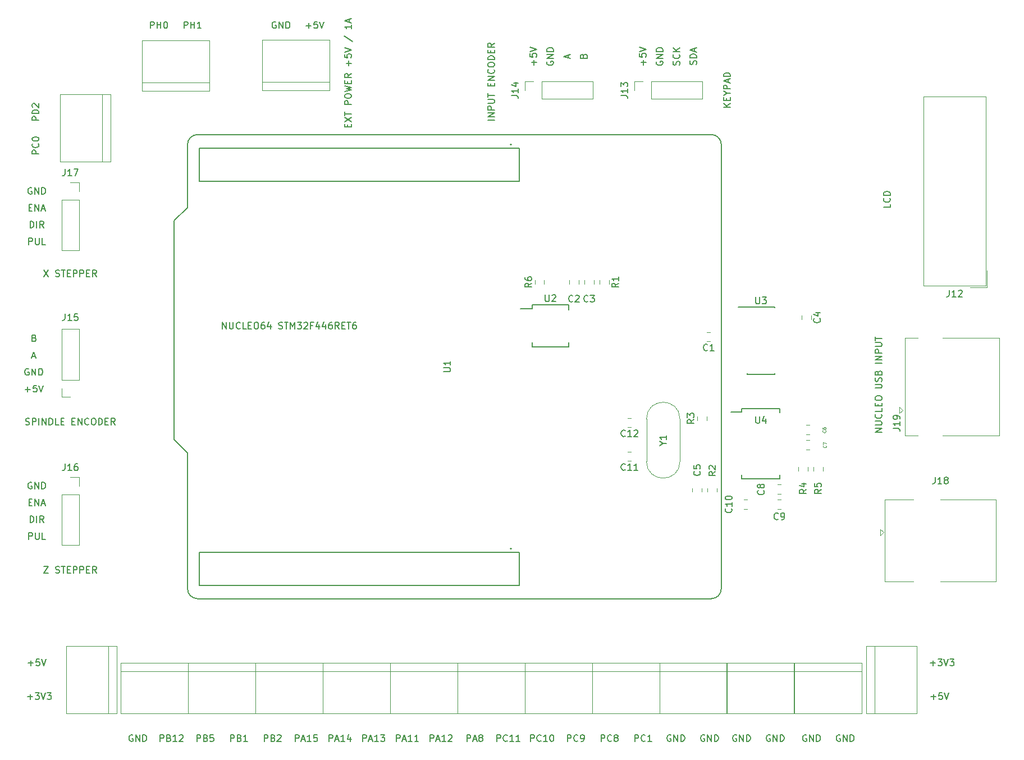
<source format=gbr>
%TF.GenerationSoftware,KiCad,Pcbnew,5.99.0+really5.1.10+dfsg1-1*%
%TF.CreationDate,2022-01-03T15:11:42+11:00*%
%TF.ProjectId,els,656c732e-6b69-4636-9164-5f7063625858,v0.1*%
%TF.SameCoordinates,PX3938700PY8a48640*%
%TF.FileFunction,Legend,Top*%
%TF.FilePolarity,Positive*%
%FSLAX46Y46*%
G04 Gerber Fmt 4.6, Leading zero omitted, Abs format (unit mm)*
G04 Created by KiCad (PCBNEW 5.99.0+really5.1.10+dfsg1-1) date 2022-01-03 15:11:42*
%MOMM*%
%LPD*%
G01*
G04 APERTURE LIST*
%ADD10C,0.150000*%
%ADD11C,0.120000*%
%ADD12C,0.127000*%
%ADD13C,0.200000*%
%ADD14C,0.125000*%
G04 APERTURE END LIST*
D10*
X37028095Y108289000D02*
X36932857Y108336620D01*
X36790000Y108336620D01*
X36647142Y108289000D01*
X36551904Y108193762D01*
X36504285Y108098524D01*
X36456666Y107908048D01*
X36456666Y107765191D01*
X36504285Y107574715D01*
X36551904Y107479477D01*
X36647142Y107384239D01*
X36790000Y107336620D01*
X36885238Y107336620D01*
X37028095Y107384239D01*
X37075714Y107431858D01*
X37075714Y107765191D01*
X36885238Y107765191D01*
X37504285Y107336620D02*
X37504285Y108336620D01*
X38075714Y107336620D01*
X38075714Y108336620D01*
X38551904Y107336620D02*
X38551904Y108336620D01*
X38790000Y108336620D01*
X38932857Y108289000D01*
X39028095Y108193762D01*
X39075714Y108098524D01*
X39123333Y107908048D01*
X39123333Y107765191D01*
X39075714Y107574715D01*
X39028095Y107479477D01*
X38932857Y107384239D01*
X38790000Y107336620D01*
X38551904Y107336620D01*
X41584285Y107717572D02*
X42346190Y107717572D01*
X41965238Y107336620D02*
X41965238Y108098524D01*
X43298571Y108336620D02*
X42822380Y108336620D01*
X42774761Y107860429D01*
X42822380Y107908048D01*
X42917619Y107955667D01*
X43155714Y107955667D01*
X43250952Y107908048D01*
X43298571Y107860429D01*
X43346190Y107765191D01*
X43346190Y107527096D01*
X43298571Y107431858D01*
X43250952Y107384239D01*
X43155714Y107336620D01*
X42917619Y107336620D01*
X42822380Y107384239D01*
X42774761Y107431858D01*
X43631904Y108336620D02*
X43965238Y107336620D01*
X44298571Y108336620D01*
X117038095Y720000D02*
X116942857Y767620D01*
X116800000Y767620D01*
X116657142Y720000D01*
X116561904Y624762D01*
X116514285Y529524D01*
X116466666Y339048D01*
X116466666Y196191D01*
X116514285Y5715D01*
X116561904Y-89523D01*
X116657142Y-184761D01*
X116800000Y-232380D01*
X116895238Y-232380D01*
X117038095Y-184761D01*
X117085714Y-137142D01*
X117085714Y196191D01*
X116895238Y196191D01*
X117514285Y-232380D02*
X117514285Y767620D01*
X118085714Y-232380D01*
X118085714Y767620D01*
X118561904Y-232380D02*
X118561904Y767620D01*
X118800000Y767620D01*
X118942857Y720000D01*
X119038095Y624762D01*
X119085714Y529524D01*
X119133333Y339048D01*
X119133333Y196191D01*
X119085714Y5715D01*
X119038095Y-89523D01*
X118942857Y-184761D01*
X118800000Y-232380D01*
X118561904Y-232380D01*
X122118095Y720000D02*
X122022857Y767620D01*
X121880000Y767620D01*
X121737142Y720000D01*
X121641904Y624762D01*
X121594285Y529524D01*
X121546666Y339048D01*
X121546666Y196191D01*
X121594285Y5715D01*
X121641904Y-89523D01*
X121737142Y-184761D01*
X121880000Y-232380D01*
X121975238Y-232380D01*
X122118095Y-184761D01*
X122165714Y-137142D01*
X122165714Y196191D01*
X121975238Y196191D01*
X122594285Y-232380D02*
X122594285Y767620D01*
X123165714Y-232380D01*
X123165714Y767620D01*
X123641904Y-232380D02*
X123641904Y767620D01*
X123880000Y767620D01*
X124022857Y720000D01*
X124118095Y624762D01*
X124165714Y529524D01*
X124213333Y339048D01*
X124213333Y196191D01*
X124165714Y5715D01*
X124118095Y-89523D01*
X124022857Y-184761D01*
X123880000Y-232380D01*
X123641904Y-232380D01*
X96591095Y720000D02*
X96495857Y767620D01*
X96353000Y767620D01*
X96210142Y720000D01*
X96114904Y624762D01*
X96067285Y529524D01*
X96019666Y339048D01*
X96019666Y196191D01*
X96067285Y5715D01*
X96114904Y-89523D01*
X96210142Y-184761D01*
X96353000Y-232380D01*
X96448238Y-232380D01*
X96591095Y-184761D01*
X96638714Y-137142D01*
X96638714Y196191D01*
X96448238Y196191D01*
X97067285Y-232380D02*
X97067285Y767620D01*
X97638714Y-232380D01*
X97638714Y767620D01*
X98114904Y-232380D02*
X98114904Y767620D01*
X98353000Y767620D01*
X98495857Y720000D01*
X98591095Y624762D01*
X98638714Y529524D01*
X98686333Y339048D01*
X98686333Y196191D01*
X98638714Y5715D01*
X98591095Y-89523D01*
X98495857Y-184761D01*
X98353000Y-232380D01*
X98114904Y-232380D01*
X101671095Y720000D02*
X101575857Y767620D01*
X101433000Y767620D01*
X101290142Y720000D01*
X101194904Y624762D01*
X101147285Y529524D01*
X101099666Y339048D01*
X101099666Y196191D01*
X101147285Y5715D01*
X101194904Y-89523D01*
X101290142Y-184761D01*
X101433000Y-232380D01*
X101528238Y-232380D01*
X101671095Y-184761D01*
X101718714Y-137142D01*
X101718714Y196191D01*
X101528238Y196191D01*
X102147285Y-232380D02*
X102147285Y767620D01*
X102718714Y-232380D01*
X102718714Y767620D01*
X103194904Y-232380D02*
X103194904Y767620D01*
X103433000Y767620D01*
X103575857Y720000D01*
X103671095Y624762D01*
X103718714Y529524D01*
X103766333Y339048D01*
X103766333Y196191D01*
X103718714Y5715D01*
X103671095Y-89523D01*
X103575857Y-184761D01*
X103433000Y-232380D01*
X103194904Y-232380D01*
X128412380Y46440953D02*
X127412380Y46440953D01*
X128412380Y47012381D01*
X127412380Y47012381D01*
X127412380Y47488572D02*
X128221904Y47488572D01*
X128317142Y47536191D01*
X128364761Y47583810D01*
X128412380Y47679048D01*
X128412380Y47869524D01*
X128364761Y47964762D01*
X128317142Y48012381D01*
X128221904Y48060000D01*
X127412380Y48060000D01*
X128317142Y49107620D02*
X128364761Y49060000D01*
X128412380Y48917143D01*
X128412380Y48821905D01*
X128364761Y48679048D01*
X128269523Y48583810D01*
X128174285Y48536191D01*
X127983809Y48488572D01*
X127840952Y48488572D01*
X127650476Y48536191D01*
X127555238Y48583810D01*
X127460000Y48679048D01*
X127412380Y48821905D01*
X127412380Y48917143D01*
X127460000Y49060000D01*
X127507619Y49107620D01*
X128412380Y50012381D02*
X128412380Y49536191D01*
X127412380Y49536191D01*
X127888571Y50345715D02*
X127888571Y50679048D01*
X128412380Y50821905D02*
X128412380Y50345715D01*
X127412380Y50345715D01*
X127412380Y50821905D01*
X127412380Y51440953D02*
X127412380Y51631429D01*
X127460000Y51726667D01*
X127555238Y51821905D01*
X127745714Y51869524D01*
X128079047Y51869524D01*
X128269523Y51821905D01*
X128364761Y51726667D01*
X128412380Y51631429D01*
X128412380Y51440953D01*
X128364761Y51345715D01*
X128269523Y51250477D01*
X128079047Y51202858D01*
X127745714Y51202858D01*
X127555238Y51250477D01*
X127460000Y51345715D01*
X127412380Y51440953D01*
X127412380Y53060000D02*
X128221904Y53060000D01*
X128317142Y53107620D01*
X128364761Y53155239D01*
X128412380Y53250477D01*
X128412380Y53440953D01*
X128364761Y53536191D01*
X128317142Y53583810D01*
X128221904Y53631429D01*
X127412380Y53631429D01*
X128364761Y54060000D02*
X128412380Y54202858D01*
X128412380Y54440953D01*
X128364761Y54536191D01*
X128317142Y54583810D01*
X128221904Y54631429D01*
X128126666Y54631429D01*
X128031428Y54583810D01*
X127983809Y54536191D01*
X127936190Y54440953D01*
X127888571Y54250477D01*
X127840952Y54155239D01*
X127793333Y54107620D01*
X127698095Y54060000D01*
X127602857Y54060000D01*
X127507619Y54107620D01*
X127460000Y54155239D01*
X127412380Y54250477D01*
X127412380Y54488572D01*
X127460000Y54631429D01*
X127888571Y55393334D02*
X127936190Y55536191D01*
X127983809Y55583810D01*
X128079047Y55631429D01*
X128221904Y55631429D01*
X128317142Y55583810D01*
X128364761Y55536191D01*
X128412380Y55440953D01*
X128412380Y55060000D01*
X127412380Y55060000D01*
X127412380Y55393334D01*
X127460000Y55488572D01*
X127507619Y55536191D01*
X127602857Y55583810D01*
X127698095Y55583810D01*
X127793333Y55536191D01*
X127840952Y55488572D01*
X127888571Y55393334D01*
X127888571Y55060000D01*
X128412380Y56821905D02*
X127412380Y56821905D01*
X128412380Y57298096D02*
X127412380Y57298096D01*
X128412380Y57869524D01*
X127412380Y57869524D01*
X128412380Y58345715D02*
X127412380Y58345715D01*
X127412380Y58726667D01*
X127460000Y58821905D01*
X127507619Y58869524D01*
X127602857Y58917143D01*
X127745714Y58917143D01*
X127840952Y58869524D01*
X127888571Y58821905D01*
X127936190Y58726667D01*
X127936190Y58345715D01*
X127412380Y59345715D02*
X128221904Y59345715D01*
X128317142Y59393334D01*
X128364761Y59440953D01*
X128412380Y59536191D01*
X128412380Y59726667D01*
X128364761Y59821905D01*
X128317142Y59869524D01*
X128221904Y59917143D01*
X127412380Y59917143D01*
X127412380Y60250477D02*
X127412380Y60821905D01*
X128412380Y60536191D02*
X127412380Y60536191D01*
X135723095Y11578572D02*
X136485000Y11578572D01*
X136104047Y11197620D02*
X136104047Y11959524D01*
X136865952Y12197620D02*
X137485000Y12197620D01*
X137151666Y11816667D01*
X137294523Y11816667D01*
X137389761Y11769048D01*
X137437380Y11721429D01*
X137485000Y11626191D01*
X137485000Y11388096D01*
X137437380Y11292858D01*
X137389761Y11245239D01*
X137294523Y11197620D01*
X137008809Y11197620D01*
X136913571Y11245239D01*
X136865952Y11292858D01*
X137770714Y12197620D02*
X138104047Y11197620D01*
X138437380Y12197620D01*
X138675476Y12197620D02*
X139294523Y12197620D01*
X138961190Y11816667D01*
X139104047Y11816667D01*
X139199285Y11769048D01*
X139246904Y11721429D01*
X139294523Y11626191D01*
X139294523Y11388096D01*
X139246904Y11292858D01*
X139199285Y11245239D01*
X139104047Y11197620D01*
X138818333Y11197620D01*
X138723095Y11245239D01*
X138675476Y11292858D01*
X135818285Y6498572D02*
X136580190Y6498572D01*
X136199238Y6117620D02*
X136199238Y6879524D01*
X137532571Y7117620D02*
X137056380Y7117620D01*
X137008761Y6641429D01*
X137056380Y6689048D01*
X137151619Y6736667D01*
X137389714Y6736667D01*
X137484952Y6689048D01*
X137532571Y6641429D01*
X137580190Y6546191D01*
X137580190Y6308096D01*
X137532571Y6212858D01*
X137484952Y6165239D01*
X137389714Y6117620D01*
X137151619Y6117620D01*
X137056380Y6165239D01*
X137008761Y6212858D01*
X137865904Y7117620D02*
X138199238Y6117620D01*
X138532571Y7117620D01*
X111577095Y720000D02*
X111481857Y767620D01*
X111339000Y767620D01*
X111196142Y720000D01*
X111100904Y624762D01*
X111053285Y529524D01*
X111005666Y339048D01*
X111005666Y196191D01*
X111053285Y5715D01*
X111100904Y-89523D01*
X111196142Y-184761D01*
X111339000Y-232380D01*
X111434238Y-232380D01*
X111577095Y-184761D01*
X111624714Y-137142D01*
X111624714Y196191D01*
X111434238Y196191D01*
X112053285Y-232380D02*
X112053285Y767620D01*
X112624714Y-232380D01*
X112624714Y767620D01*
X113100904Y-232380D02*
X113100904Y767620D01*
X113339000Y767620D01*
X113481857Y720000D01*
X113577095Y624762D01*
X113624714Y529524D01*
X113672333Y339048D01*
X113672333Y196191D01*
X113624714Y5715D01*
X113577095Y-89523D01*
X113481857Y-184761D01*
X113339000Y-232380D01*
X113100904Y-232380D01*
X106497095Y720000D02*
X106401857Y767620D01*
X106259000Y767620D01*
X106116142Y720000D01*
X106020904Y624762D01*
X105973285Y529524D01*
X105925666Y339048D01*
X105925666Y196191D01*
X105973285Y5715D01*
X106020904Y-89523D01*
X106116142Y-184761D01*
X106259000Y-232380D01*
X106354238Y-232380D01*
X106497095Y-184761D01*
X106544714Y-137142D01*
X106544714Y196191D01*
X106354238Y196191D01*
X106973285Y-232380D02*
X106973285Y767620D01*
X107544714Y-232380D01*
X107544714Y767620D01*
X108020904Y-232380D02*
X108020904Y767620D01*
X108259000Y767620D01*
X108401857Y720000D01*
X108497095Y624762D01*
X108544714Y529524D01*
X108592333Y339048D01*
X108592333Y196191D01*
X108544714Y5715D01*
X108497095Y-89523D01*
X108401857Y-184761D01*
X108259000Y-232380D01*
X108020904Y-232380D01*
X23193095Y107336620D02*
X23193095Y108336620D01*
X23574047Y108336620D01*
X23669285Y108289000D01*
X23716904Y108241381D01*
X23764523Y108146143D01*
X23764523Y108003286D01*
X23716904Y107908048D01*
X23669285Y107860429D01*
X23574047Y107812810D01*
X23193095Y107812810D01*
X24193095Y107336620D02*
X24193095Y108336620D01*
X24193095Y107860429D02*
X24764523Y107860429D01*
X24764523Y107336620D02*
X24764523Y108336620D01*
X25764523Y107336620D02*
X25193095Y107336620D01*
X25478809Y107336620D02*
X25478809Y108336620D01*
X25383571Y108193762D01*
X25288333Y108098524D01*
X25193095Y108050905D01*
X18113095Y107336620D02*
X18113095Y108336620D01*
X18494047Y108336620D01*
X18589285Y108289000D01*
X18636904Y108241381D01*
X18684523Y108146143D01*
X18684523Y108003286D01*
X18636904Y107908048D01*
X18589285Y107860429D01*
X18494047Y107812810D01*
X18113095Y107812810D01*
X19113095Y107336620D02*
X19113095Y108336620D01*
X19113095Y107860429D02*
X19684523Y107860429D01*
X19684523Y107336620D02*
X19684523Y108336620D01*
X20351190Y108336620D02*
X20446428Y108336620D01*
X20541666Y108289000D01*
X20589285Y108241381D01*
X20636904Y108146143D01*
X20684523Y107955667D01*
X20684523Y107717572D01*
X20636904Y107527096D01*
X20589285Y107431858D01*
X20541666Y107384239D01*
X20446428Y107336620D01*
X20351190Y107336620D01*
X20255952Y107384239D01*
X20208333Y107431858D01*
X20160714Y107527096D01*
X20113095Y107717572D01*
X20113095Y107955667D01*
X20160714Y108146143D01*
X20208333Y108241381D01*
X20255952Y108289000D01*
X20351190Y108336620D01*
X1285380Y93469905D02*
X285380Y93469905D01*
X285380Y93850858D01*
X333000Y93946096D01*
X380619Y93993715D01*
X475857Y94041334D01*
X618714Y94041334D01*
X713952Y93993715D01*
X761571Y93946096D01*
X809190Y93850858D01*
X809190Y93469905D01*
X1285380Y94469905D02*
X285380Y94469905D01*
X285380Y94708000D01*
X333000Y94850858D01*
X428238Y94946096D01*
X523476Y94993715D01*
X713952Y95041334D01*
X856809Y95041334D01*
X1047285Y94993715D01*
X1142523Y94946096D01*
X1237761Y94850858D01*
X1285380Y94708000D01*
X1285380Y94469905D01*
X380619Y95422286D02*
X333000Y95469905D01*
X285380Y95565143D01*
X285380Y95803239D01*
X333000Y95898477D01*
X380619Y95946096D01*
X475857Y95993715D01*
X571095Y95993715D01*
X713952Y95946096D01*
X1285380Y95374667D01*
X1285380Y95993715D01*
X1285380Y88389905D02*
X285380Y88389905D01*
X285380Y88770858D01*
X333000Y88866096D01*
X380619Y88913715D01*
X475857Y88961334D01*
X618714Y88961334D01*
X713952Y88913715D01*
X761571Y88866096D01*
X809190Y88770858D01*
X809190Y88389905D01*
X1190142Y89961334D02*
X1237761Y89913715D01*
X1285380Y89770858D01*
X1285380Y89675620D01*
X1237761Y89532762D01*
X1142523Y89437524D01*
X1047285Y89389905D01*
X856809Y89342286D01*
X713952Y89342286D01*
X523476Y89389905D01*
X428238Y89437524D01*
X333000Y89532762D01*
X285380Y89675620D01*
X285380Y89770858D01*
X333000Y89913715D01*
X380619Y89961334D01*
X285380Y90580381D02*
X285380Y90675620D01*
X333000Y90770858D01*
X380619Y90818477D01*
X475857Y90866096D01*
X666333Y90913715D01*
X904428Y90913715D01*
X1094904Y90866096D01*
X1190142Y90818477D01*
X1237761Y90770858D01*
X1285380Y90675620D01*
X1285380Y90580381D01*
X1237761Y90485143D01*
X1190142Y90437524D01*
X1094904Y90389905D01*
X904428Y90342286D01*
X666333Y90342286D01*
X475857Y90389905D01*
X380619Y90437524D01*
X333000Y90485143D01*
X285380Y90580381D01*
X86081904Y-232380D02*
X86081904Y767620D01*
X86462857Y767620D01*
X86558095Y720000D01*
X86605714Y672381D01*
X86653333Y577143D01*
X86653333Y434286D01*
X86605714Y339048D01*
X86558095Y291429D01*
X86462857Y243810D01*
X86081904Y243810D01*
X87653333Y-137142D02*
X87605714Y-184761D01*
X87462857Y-232380D01*
X87367619Y-232380D01*
X87224761Y-184761D01*
X87129523Y-89523D01*
X87081904Y5715D01*
X87034285Y196191D01*
X87034285Y339048D01*
X87081904Y529524D01*
X87129523Y624762D01*
X87224761Y720000D01*
X87367619Y767620D01*
X87462857Y767620D01*
X87605714Y720000D01*
X87653333Y672381D01*
X88224761Y339048D02*
X88129523Y386667D01*
X88081904Y434286D01*
X88034285Y529524D01*
X88034285Y577143D01*
X88081904Y672381D01*
X88129523Y720000D01*
X88224761Y767620D01*
X88415238Y767620D01*
X88510476Y720000D01*
X88558095Y672381D01*
X88605714Y577143D01*
X88605714Y529524D01*
X88558095Y434286D01*
X88510476Y386667D01*
X88415238Y339048D01*
X88224761Y339048D01*
X88129523Y291429D01*
X88081904Y243810D01*
X88034285Y148572D01*
X88034285Y-41904D01*
X88081904Y-137142D01*
X88129523Y-184761D01*
X88224761Y-232380D01*
X88415238Y-232380D01*
X88510476Y-184761D01*
X88558095Y-137142D01*
X88605714Y-41904D01*
X88605714Y148572D01*
X88558095Y243810D01*
X88510476Y291429D01*
X88415238Y339048D01*
X91161904Y-232380D02*
X91161904Y767620D01*
X91542857Y767620D01*
X91638095Y720000D01*
X91685714Y672381D01*
X91733333Y577143D01*
X91733333Y434286D01*
X91685714Y339048D01*
X91638095Y291429D01*
X91542857Y243810D01*
X91161904Y243810D01*
X92733333Y-137142D02*
X92685714Y-184761D01*
X92542857Y-232380D01*
X92447619Y-232380D01*
X92304761Y-184761D01*
X92209523Y-89523D01*
X92161904Y5715D01*
X92114285Y196191D01*
X92114285Y339048D01*
X92161904Y529524D01*
X92209523Y624762D01*
X92304761Y720000D01*
X92447619Y767620D01*
X92542857Y767620D01*
X92685714Y720000D01*
X92733333Y672381D01*
X93685714Y-232380D02*
X93114285Y-232380D01*
X93400000Y-232380D02*
X93400000Y767620D01*
X93304761Y624762D01*
X93209523Y529524D01*
X93114285Y481905D01*
X75445714Y-232380D02*
X75445714Y767620D01*
X75826666Y767620D01*
X75921904Y720000D01*
X75969523Y672381D01*
X76017142Y577143D01*
X76017142Y434286D01*
X75969523Y339048D01*
X75921904Y291429D01*
X75826666Y243810D01*
X75445714Y243810D01*
X77017142Y-137142D02*
X76969523Y-184761D01*
X76826666Y-232380D01*
X76731428Y-232380D01*
X76588571Y-184761D01*
X76493333Y-89523D01*
X76445714Y5715D01*
X76398095Y196191D01*
X76398095Y339048D01*
X76445714Y529524D01*
X76493333Y624762D01*
X76588571Y720000D01*
X76731428Y767620D01*
X76826666Y767620D01*
X76969523Y720000D01*
X77017142Y672381D01*
X77969523Y-232380D02*
X77398095Y-232380D01*
X77683809Y-232380D02*
X77683809Y767620D01*
X77588571Y624762D01*
X77493333Y529524D01*
X77398095Y481905D01*
X78588571Y767620D02*
X78683809Y767620D01*
X78779047Y720000D01*
X78826666Y672381D01*
X78874285Y577143D01*
X78921904Y386667D01*
X78921904Y148572D01*
X78874285Y-41904D01*
X78826666Y-137142D01*
X78779047Y-184761D01*
X78683809Y-232380D01*
X78588571Y-232380D01*
X78493333Y-184761D01*
X78445714Y-137142D01*
X78398095Y-41904D01*
X78350476Y148572D01*
X78350476Y386667D01*
X78398095Y577143D01*
X78445714Y672381D01*
X78493333Y720000D01*
X78588571Y767620D01*
X70365714Y-232380D02*
X70365714Y767620D01*
X70746666Y767620D01*
X70841904Y720000D01*
X70889523Y672381D01*
X70937142Y577143D01*
X70937142Y434286D01*
X70889523Y339048D01*
X70841904Y291429D01*
X70746666Y243810D01*
X70365714Y243810D01*
X71937142Y-137142D02*
X71889523Y-184761D01*
X71746666Y-232380D01*
X71651428Y-232380D01*
X71508571Y-184761D01*
X71413333Y-89523D01*
X71365714Y5715D01*
X71318095Y196191D01*
X71318095Y339048D01*
X71365714Y529524D01*
X71413333Y624762D01*
X71508571Y720000D01*
X71651428Y767620D01*
X71746666Y767620D01*
X71889523Y720000D01*
X71937142Y672381D01*
X72889523Y-232380D02*
X72318095Y-232380D01*
X72603809Y-232380D02*
X72603809Y767620D01*
X72508571Y624762D01*
X72413333Y529524D01*
X72318095Y481905D01*
X73841904Y-232380D02*
X73270476Y-232380D01*
X73556190Y-232380D02*
X73556190Y767620D01*
X73460952Y624762D01*
X73365714Y529524D01*
X73270476Y481905D01*
X65833333Y-232380D02*
X65833333Y767620D01*
X66214285Y767620D01*
X66309523Y720000D01*
X66357142Y672381D01*
X66404761Y577143D01*
X66404761Y434286D01*
X66357142Y339048D01*
X66309523Y291429D01*
X66214285Y243810D01*
X65833333Y243810D01*
X66785714Y53334D02*
X67261904Y53334D01*
X66690476Y-232380D02*
X67023809Y767620D01*
X67357142Y-232380D01*
X67833333Y339048D02*
X67738095Y386667D01*
X67690476Y434286D01*
X67642857Y529524D01*
X67642857Y577143D01*
X67690476Y672381D01*
X67738095Y720000D01*
X67833333Y767620D01*
X68023809Y767620D01*
X68119047Y720000D01*
X68166666Y672381D01*
X68214285Y577143D01*
X68214285Y529524D01*
X68166666Y434286D01*
X68119047Y386667D01*
X68023809Y339048D01*
X67833333Y339048D01*
X67738095Y291429D01*
X67690476Y243810D01*
X67642857Y148572D01*
X67642857Y-41904D01*
X67690476Y-137142D01*
X67738095Y-184761D01*
X67833333Y-232380D01*
X68023809Y-232380D01*
X68119047Y-184761D01*
X68166666Y-137142D01*
X68214285Y-41904D01*
X68214285Y148572D01*
X68166666Y243810D01*
X68119047Y291429D01*
X68023809Y339048D01*
X81001904Y-232380D02*
X81001904Y767620D01*
X81382857Y767620D01*
X81478095Y720000D01*
X81525714Y672381D01*
X81573333Y577143D01*
X81573333Y434286D01*
X81525714Y339048D01*
X81478095Y291429D01*
X81382857Y243810D01*
X81001904Y243810D01*
X82573333Y-137142D02*
X82525714Y-184761D01*
X82382857Y-232380D01*
X82287619Y-232380D01*
X82144761Y-184761D01*
X82049523Y-89523D01*
X82001904Y5715D01*
X81954285Y196191D01*
X81954285Y339048D01*
X82001904Y529524D01*
X82049523Y624762D01*
X82144761Y720000D01*
X82287619Y767620D01*
X82382857Y767620D01*
X82525714Y720000D01*
X82573333Y672381D01*
X83049523Y-232380D02*
X83240000Y-232380D01*
X83335238Y-184761D01*
X83382857Y-137142D01*
X83478095Y5715D01*
X83525714Y196191D01*
X83525714Y577143D01*
X83478095Y672381D01*
X83430476Y720000D01*
X83335238Y767620D01*
X83144761Y767620D01*
X83049523Y720000D01*
X83001904Y672381D01*
X82954285Y577143D01*
X82954285Y339048D01*
X83001904Y243810D01*
X83049523Y196191D01*
X83144761Y148572D01*
X83335238Y148572D01*
X83430476Y196191D01*
X83478095Y243810D01*
X83525714Y339048D01*
X60277142Y-232380D02*
X60277142Y767620D01*
X60658095Y767620D01*
X60753333Y720000D01*
X60800952Y672381D01*
X60848571Y577143D01*
X60848571Y434286D01*
X60800952Y339048D01*
X60753333Y291429D01*
X60658095Y243810D01*
X60277142Y243810D01*
X61229523Y53334D02*
X61705714Y53334D01*
X61134285Y-232380D02*
X61467619Y767620D01*
X61800952Y-232380D01*
X62658095Y-232380D02*
X62086666Y-232380D01*
X62372380Y-232380D02*
X62372380Y767620D01*
X62277142Y624762D01*
X62181904Y529524D01*
X62086666Y481905D01*
X63039047Y672381D02*
X63086666Y720000D01*
X63181904Y767620D01*
X63420000Y767620D01*
X63515238Y720000D01*
X63562857Y672381D01*
X63610476Y577143D01*
X63610476Y481905D01*
X63562857Y339048D01*
X62991428Y-232380D01*
X63610476Y-232380D01*
X55197142Y-232380D02*
X55197142Y767620D01*
X55578095Y767620D01*
X55673333Y720000D01*
X55720952Y672381D01*
X55768571Y577143D01*
X55768571Y434286D01*
X55720952Y339048D01*
X55673333Y291429D01*
X55578095Y243810D01*
X55197142Y243810D01*
X56149523Y53334D02*
X56625714Y53334D01*
X56054285Y-232380D02*
X56387619Y767620D01*
X56720952Y-232380D01*
X57578095Y-232380D02*
X57006666Y-232380D01*
X57292380Y-232380D02*
X57292380Y767620D01*
X57197142Y624762D01*
X57101904Y529524D01*
X57006666Y481905D01*
X58530476Y-232380D02*
X57959047Y-232380D01*
X58244761Y-232380D02*
X58244761Y767620D01*
X58149523Y624762D01*
X58054285Y529524D01*
X57959047Y481905D01*
X50117142Y-232380D02*
X50117142Y767620D01*
X50498095Y767620D01*
X50593333Y720000D01*
X50640952Y672381D01*
X50688571Y577143D01*
X50688571Y434286D01*
X50640952Y339048D01*
X50593333Y291429D01*
X50498095Y243810D01*
X50117142Y243810D01*
X51069523Y53334D02*
X51545714Y53334D01*
X50974285Y-232380D02*
X51307619Y767620D01*
X51640952Y-232380D01*
X52498095Y-232380D02*
X51926666Y-232380D01*
X52212380Y-232380D02*
X52212380Y767620D01*
X52117142Y624762D01*
X52021904Y529524D01*
X51926666Y481905D01*
X52831428Y767620D02*
X53450476Y767620D01*
X53117142Y386667D01*
X53260000Y386667D01*
X53355238Y339048D01*
X53402857Y291429D01*
X53450476Y196191D01*
X53450476Y-41904D01*
X53402857Y-137142D01*
X53355238Y-184761D01*
X53260000Y-232380D01*
X52974285Y-232380D01*
X52879047Y-184761D01*
X52831428Y-137142D01*
X45037142Y-232380D02*
X45037142Y767620D01*
X45418095Y767620D01*
X45513333Y720000D01*
X45560952Y672381D01*
X45608571Y577143D01*
X45608571Y434286D01*
X45560952Y339048D01*
X45513333Y291429D01*
X45418095Y243810D01*
X45037142Y243810D01*
X45989523Y53334D02*
X46465714Y53334D01*
X45894285Y-232380D02*
X46227619Y767620D01*
X46560952Y-232380D01*
X47418095Y-232380D02*
X46846666Y-232380D01*
X47132380Y-232380D02*
X47132380Y767620D01*
X47037142Y624762D01*
X46941904Y529524D01*
X46846666Y481905D01*
X48275238Y434286D02*
X48275238Y-232380D01*
X48037142Y815239D02*
X47799047Y100953D01*
X48418095Y100953D01*
X39957142Y-232380D02*
X39957142Y767620D01*
X40338095Y767620D01*
X40433333Y720000D01*
X40480952Y672381D01*
X40528571Y577143D01*
X40528571Y434286D01*
X40480952Y339048D01*
X40433333Y291429D01*
X40338095Y243810D01*
X39957142Y243810D01*
X40909523Y53334D02*
X41385714Y53334D01*
X40814285Y-232380D02*
X41147619Y767620D01*
X41480952Y-232380D01*
X42338095Y-232380D02*
X41766666Y-232380D01*
X42052380Y-232380D02*
X42052380Y767620D01*
X41957142Y624762D01*
X41861904Y529524D01*
X41766666Y481905D01*
X43242857Y767620D02*
X42766666Y767620D01*
X42719047Y291429D01*
X42766666Y339048D01*
X42861904Y386667D01*
X43100000Y386667D01*
X43195238Y339048D01*
X43242857Y291429D01*
X43290476Y196191D01*
X43290476Y-41904D01*
X43242857Y-137142D01*
X43195238Y-184761D01*
X43100000Y-232380D01*
X42861904Y-232380D01*
X42766666Y-184761D01*
X42719047Y-137142D01*
X35281904Y-232380D02*
X35281904Y767620D01*
X35662857Y767620D01*
X35758095Y720000D01*
X35805714Y672381D01*
X35853333Y577143D01*
X35853333Y434286D01*
X35805714Y339048D01*
X35758095Y291429D01*
X35662857Y243810D01*
X35281904Y243810D01*
X36615238Y291429D02*
X36758095Y243810D01*
X36805714Y196191D01*
X36853333Y100953D01*
X36853333Y-41904D01*
X36805714Y-137142D01*
X36758095Y-184761D01*
X36662857Y-232380D01*
X36281904Y-232380D01*
X36281904Y767620D01*
X36615238Y767620D01*
X36710476Y720000D01*
X36758095Y672381D01*
X36805714Y577143D01*
X36805714Y481905D01*
X36758095Y386667D01*
X36710476Y339048D01*
X36615238Y291429D01*
X36281904Y291429D01*
X37234285Y672381D02*
X37281904Y720000D01*
X37377142Y767620D01*
X37615238Y767620D01*
X37710476Y720000D01*
X37758095Y672381D01*
X37805714Y577143D01*
X37805714Y481905D01*
X37758095Y339048D01*
X37186666Y-232380D01*
X37805714Y-232380D01*
X30201904Y-232380D02*
X30201904Y767620D01*
X30582857Y767620D01*
X30678095Y720000D01*
X30725714Y672381D01*
X30773333Y577143D01*
X30773333Y434286D01*
X30725714Y339048D01*
X30678095Y291429D01*
X30582857Y243810D01*
X30201904Y243810D01*
X31535238Y291429D02*
X31678095Y243810D01*
X31725714Y196191D01*
X31773333Y100953D01*
X31773333Y-41904D01*
X31725714Y-137142D01*
X31678095Y-184761D01*
X31582857Y-232380D01*
X31201904Y-232380D01*
X31201904Y767620D01*
X31535238Y767620D01*
X31630476Y720000D01*
X31678095Y672381D01*
X31725714Y577143D01*
X31725714Y481905D01*
X31678095Y386667D01*
X31630476Y339048D01*
X31535238Y291429D01*
X31201904Y291429D01*
X32725714Y-232380D02*
X32154285Y-232380D01*
X32440000Y-232380D02*
X32440000Y767620D01*
X32344761Y624762D01*
X32249523Y529524D01*
X32154285Y481905D01*
X25121904Y-232380D02*
X25121904Y767620D01*
X25502857Y767620D01*
X25598095Y720000D01*
X25645714Y672381D01*
X25693333Y577143D01*
X25693333Y434286D01*
X25645714Y339048D01*
X25598095Y291429D01*
X25502857Y243810D01*
X25121904Y243810D01*
X26455238Y291429D02*
X26598095Y243810D01*
X26645714Y196191D01*
X26693333Y100953D01*
X26693333Y-41904D01*
X26645714Y-137142D01*
X26598095Y-184761D01*
X26502857Y-232380D01*
X26121904Y-232380D01*
X26121904Y767620D01*
X26455238Y767620D01*
X26550476Y720000D01*
X26598095Y672381D01*
X26645714Y577143D01*
X26645714Y481905D01*
X26598095Y386667D01*
X26550476Y339048D01*
X26455238Y291429D01*
X26121904Y291429D01*
X27598095Y767620D02*
X27121904Y767620D01*
X27074285Y291429D01*
X27121904Y339048D01*
X27217142Y386667D01*
X27455238Y386667D01*
X27550476Y339048D01*
X27598095Y291429D01*
X27645714Y196191D01*
X27645714Y-41904D01*
X27598095Y-137142D01*
X27550476Y-184761D01*
X27455238Y-232380D01*
X27217142Y-232380D01*
X27121904Y-184761D01*
X27074285Y-137142D01*
X19565714Y-232380D02*
X19565714Y767620D01*
X19946666Y767620D01*
X20041904Y720000D01*
X20089523Y672381D01*
X20137142Y577143D01*
X20137142Y434286D01*
X20089523Y339048D01*
X20041904Y291429D01*
X19946666Y243810D01*
X19565714Y243810D01*
X20899047Y291429D02*
X21041904Y243810D01*
X21089523Y196191D01*
X21137142Y100953D01*
X21137142Y-41904D01*
X21089523Y-137142D01*
X21041904Y-184761D01*
X20946666Y-232380D01*
X20565714Y-232380D01*
X20565714Y767620D01*
X20899047Y767620D01*
X20994285Y720000D01*
X21041904Y672381D01*
X21089523Y577143D01*
X21089523Y481905D01*
X21041904Y386667D01*
X20994285Y339048D01*
X20899047Y291429D01*
X20565714Y291429D01*
X22089523Y-232380D02*
X21518095Y-232380D01*
X21803809Y-232380D02*
X21803809Y767620D01*
X21708571Y624762D01*
X21613333Y529524D01*
X21518095Y481905D01*
X22470476Y672381D02*
X22518095Y720000D01*
X22613333Y767620D01*
X22851428Y767620D01*
X22946666Y720000D01*
X22994285Y672381D01*
X23041904Y577143D01*
X23041904Y481905D01*
X22994285Y339048D01*
X22422857Y-232380D01*
X23041904Y-232380D01*
X15438095Y720000D02*
X15342857Y767620D01*
X15200000Y767620D01*
X15057142Y720000D01*
X14961904Y624762D01*
X14914285Y529524D01*
X14866666Y339048D01*
X14866666Y196191D01*
X14914285Y5715D01*
X14961904Y-89523D01*
X15057142Y-184761D01*
X15200000Y-232380D01*
X15295238Y-232380D01*
X15438095Y-184761D01*
X15485714Y-137142D01*
X15485714Y196191D01*
X15295238Y196191D01*
X15914285Y-232380D02*
X15914285Y767620D01*
X16485714Y-232380D01*
X16485714Y767620D01*
X16961904Y-232380D02*
X16961904Y767620D01*
X17200000Y767620D01*
X17342857Y720000D01*
X17438095Y624762D01*
X17485714Y529524D01*
X17533333Y339048D01*
X17533333Y196191D01*
X17485714Y5715D01*
X17438095Y-89523D01*
X17342857Y-184761D01*
X17200000Y-232380D01*
X16961904Y-232380D01*
X-420905Y6498572D02*
X341000Y6498572D01*
X-39953Y6117620D02*
X-39953Y6879524D01*
X721952Y7117620D02*
X1341000Y7117620D01*
X1007666Y6736667D01*
X1150523Y6736667D01*
X1245761Y6689048D01*
X1293380Y6641429D01*
X1341000Y6546191D01*
X1341000Y6308096D01*
X1293380Y6212858D01*
X1245761Y6165239D01*
X1150523Y6117620D01*
X864809Y6117620D01*
X769571Y6165239D01*
X721952Y6212858D01*
X1626714Y7117620D02*
X1960047Y6117620D01*
X2293380Y7117620D01*
X2531476Y7117620D02*
X3150523Y7117620D01*
X2817190Y6736667D01*
X2960047Y6736667D01*
X3055285Y6689048D01*
X3102904Y6641429D01*
X3150523Y6546191D01*
X3150523Y6308096D01*
X3102904Y6212858D01*
X3055285Y6165239D01*
X2960047Y6117620D01*
X2674333Y6117620D01*
X2579095Y6165239D01*
X2531476Y6212858D01*
X-325715Y11578572D02*
X436190Y11578572D01*
X55238Y11197620D02*
X55238Y11959524D01*
X1388571Y12197620D02*
X912380Y12197620D01*
X864761Y11721429D01*
X912380Y11769048D01*
X1007619Y11816667D01*
X1245714Y11816667D01*
X1340952Y11769048D01*
X1388571Y11721429D01*
X1436190Y11626191D01*
X1436190Y11388096D01*
X1388571Y11292858D01*
X1340952Y11245239D01*
X1245714Y11197620D01*
X1007619Y11197620D01*
X912380Y11245239D01*
X864761Y11292858D01*
X1721904Y12197620D02*
X2055238Y11197620D01*
X2388571Y12197620D01*
X28988571Y61997620D02*
X28988571Y62997620D01*
X29560000Y61997620D01*
X29560000Y62997620D01*
X30036190Y62997620D02*
X30036190Y62188096D01*
X30083809Y62092858D01*
X30131428Y62045239D01*
X30226666Y61997620D01*
X30417142Y61997620D01*
X30512380Y62045239D01*
X30560000Y62092858D01*
X30607619Y62188096D01*
X30607619Y62997620D01*
X31655238Y62092858D02*
X31607619Y62045239D01*
X31464761Y61997620D01*
X31369523Y61997620D01*
X31226666Y62045239D01*
X31131428Y62140477D01*
X31083809Y62235715D01*
X31036190Y62426191D01*
X31036190Y62569048D01*
X31083809Y62759524D01*
X31131428Y62854762D01*
X31226666Y62950000D01*
X31369523Y62997620D01*
X31464761Y62997620D01*
X31607619Y62950000D01*
X31655238Y62902381D01*
X32560000Y61997620D02*
X32083809Y61997620D01*
X32083809Y62997620D01*
X32893333Y62521429D02*
X33226666Y62521429D01*
X33369523Y61997620D02*
X32893333Y61997620D01*
X32893333Y62997620D01*
X33369523Y62997620D01*
X33988571Y62997620D02*
X34179047Y62997620D01*
X34274285Y62950000D01*
X34369523Y62854762D01*
X34417142Y62664286D01*
X34417142Y62330953D01*
X34369523Y62140477D01*
X34274285Y62045239D01*
X34179047Y61997620D01*
X33988571Y61997620D01*
X33893333Y62045239D01*
X33798095Y62140477D01*
X33750476Y62330953D01*
X33750476Y62664286D01*
X33798095Y62854762D01*
X33893333Y62950000D01*
X33988571Y62997620D01*
X35274285Y62997620D02*
X35083809Y62997620D01*
X34988571Y62950000D01*
X34940952Y62902381D01*
X34845714Y62759524D01*
X34798095Y62569048D01*
X34798095Y62188096D01*
X34845714Y62092858D01*
X34893333Y62045239D01*
X34988571Y61997620D01*
X35179047Y61997620D01*
X35274285Y62045239D01*
X35321904Y62092858D01*
X35369523Y62188096D01*
X35369523Y62426191D01*
X35321904Y62521429D01*
X35274285Y62569048D01*
X35179047Y62616667D01*
X34988571Y62616667D01*
X34893333Y62569048D01*
X34845714Y62521429D01*
X34798095Y62426191D01*
X36226666Y62664286D02*
X36226666Y61997620D01*
X35988571Y63045239D02*
X35750476Y62330953D01*
X36369523Y62330953D01*
X37464761Y62045239D02*
X37607619Y61997620D01*
X37845714Y61997620D01*
X37940952Y62045239D01*
X37988571Y62092858D01*
X38036190Y62188096D01*
X38036190Y62283334D01*
X37988571Y62378572D01*
X37940952Y62426191D01*
X37845714Y62473810D01*
X37655238Y62521429D01*
X37560000Y62569048D01*
X37512380Y62616667D01*
X37464761Y62711905D01*
X37464761Y62807143D01*
X37512380Y62902381D01*
X37560000Y62950000D01*
X37655238Y62997620D01*
X37893333Y62997620D01*
X38036190Y62950000D01*
X38321904Y62997620D02*
X38893333Y62997620D01*
X38607619Y61997620D02*
X38607619Y62997620D01*
X39226666Y61997620D02*
X39226666Y62997620D01*
X39560000Y62283334D01*
X39893333Y62997620D01*
X39893333Y61997620D01*
X40274285Y62997620D02*
X40893333Y62997620D01*
X40560000Y62616667D01*
X40702857Y62616667D01*
X40798095Y62569048D01*
X40845714Y62521429D01*
X40893333Y62426191D01*
X40893333Y62188096D01*
X40845714Y62092858D01*
X40798095Y62045239D01*
X40702857Y61997620D01*
X40417142Y61997620D01*
X40321904Y62045239D01*
X40274285Y62092858D01*
X41274285Y62902381D02*
X41321904Y62950000D01*
X41417142Y62997620D01*
X41655238Y62997620D01*
X41750476Y62950000D01*
X41798095Y62902381D01*
X41845714Y62807143D01*
X41845714Y62711905D01*
X41798095Y62569048D01*
X41226666Y61997620D01*
X41845714Y61997620D01*
X42607619Y62521429D02*
X42274285Y62521429D01*
X42274285Y61997620D02*
X42274285Y62997620D01*
X42750476Y62997620D01*
X43560000Y62664286D02*
X43560000Y61997620D01*
X43321904Y63045239D02*
X43083809Y62330953D01*
X43702857Y62330953D01*
X44512380Y62664286D02*
X44512380Y61997620D01*
X44274285Y63045239D02*
X44036190Y62330953D01*
X44655238Y62330953D01*
X45464761Y62997620D02*
X45274285Y62997620D01*
X45179047Y62950000D01*
X45131428Y62902381D01*
X45036190Y62759524D01*
X44988571Y62569048D01*
X44988571Y62188096D01*
X45036190Y62092858D01*
X45083809Y62045239D01*
X45179047Y61997620D01*
X45369523Y61997620D01*
X45464761Y62045239D01*
X45512380Y62092858D01*
X45560000Y62188096D01*
X45560000Y62426191D01*
X45512380Y62521429D01*
X45464761Y62569048D01*
X45369523Y62616667D01*
X45179047Y62616667D01*
X45083809Y62569048D01*
X45036190Y62521429D01*
X44988571Y62426191D01*
X46560000Y61997620D02*
X46226666Y62473810D01*
X45988571Y61997620D02*
X45988571Y62997620D01*
X46369523Y62997620D01*
X46464761Y62950000D01*
X46512380Y62902381D01*
X46560000Y62807143D01*
X46560000Y62664286D01*
X46512380Y62569048D01*
X46464761Y62521429D01*
X46369523Y62473810D01*
X45988571Y62473810D01*
X46988571Y62521429D02*
X47321904Y62521429D01*
X47464761Y61997620D02*
X46988571Y61997620D01*
X46988571Y62997620D01*
X47464761Y62997620D01*
X47750476Y62997620D02*
X48321904Y62997620D01*
X48036190Y61997620D02*
X48036190Y62997620D01*
X49083809Y62997620D02*
X48893333Y62997620D01*
X48798095Y62950000D01*
X48750476Y62902381D01*
X48655238Y62759524D01*
X48607619Y62569048D01*
X48607619Y62188096D01*
X48655238Y62092858D01*
X48702857Y62045239D01*
X48798095Y61997620D01*
X48988571Y61997620D01*
X49083809Y62045239D01*
X49131428Y62092858D01*
X49179047Y62188096D01*
X49179047Y62426191D01*
X49131428Y62521429D01*
X49083809Y62569048D01*
X48988571Y62616667D01*
X48798095Y62616667D01*
X48702857Y62569048D01*
X48655238Y62521429D01*
X48607619Y62426191D01*
X97884761Y101804286D02*
X97932380Y101947143D01*
X97932380Y102185239D01*
X97884761Y102280477D01*
X97837142Y102328096D01*
X97741904Y102375715D01*
X97646666Y102375715D01*
X97551428Y102328096D01*
X97503809Y102280477D01*
X97456190Y102185239D01*
X97408571Y101994762D01*
X97360952Y101899524D01*
X97313333Y101851905D01*
X97218095Y101804286D01*
X97122857Y101804286D01*
X97027619Y101851905D01*
X96980000Y101899524D01*
X96932380Y101994762D01*
X96932380Y102232858D01*
X96980000Y102375715D01*
X97837142Y103375715D02*
X97884761Y103328096D01*
X97932380Y103185239D01*
X97932380Y103090000D01*
X97884761Y102947143D01*
X97789523Y102851905D01*
X97694285Y102804286D01*
X97503809Y102756667D01*
X97360952Y102756667D01*
X97170476Y102804286D01*
X97075238Y102851905D01*
X96980000Y102947143D01*
X96932380Y103090000D01*
X96932380Y103185239D01*
X96980000Y103328096D01*
X97027619Y103375715D01*
X97932380Y103804286D02*
X96932380Y103804286D01*
X97932380Y104375715D02*
X97360952Y103947143D01*
X96932380Y104375715D02*
X97503809Y103804286D01*
X100424761Y101875715D02*
X100472380Y102018572D01*
X100472380Y102256667D01*
X100424761Y102351905D01*
X100377142Y102399524D01*
X100281904Y102447143D01*
X100186666Y102447143D01*
X100091428Y102399524D01*
X100043809Y102351905D01*
X99996190Y102256667D01*
X99948571Y102066191D01*
X99900952Y101970953D01*
X99853333Y101923334D01*
X99758095Y101875715D01*
X99662857Y101875715D01*
X99567619Y101923334D01*
X99520000Y101970953D01*
X99472380Y102066191D01*
X99472380Y102304286D01*
X99520000Y102447143D01*
X100472380Y102875715D02*
X99472380Y102875715D01*
X99472380Y103113810D01*
X99520000Y103256667D01*
X99615238Y103351905D01*
X99710476Y103399524D01*
X99900952Y103447143D01*
X100043809Y103447143D01*
X100234285Y103399524D01*
X100329523Y103351905D01*
X100424761Y103256667D01*
X100472380Y103113810D01*
X100472380Y102875715D01*
X100186666Y103828096D02*
X100186666Y104304286D01*
X100472380Y103732858D02*
X99472380Y104066191D01*
X100472380Y104399524D01*
X92471428Y101804286D02*
X92471428Y102566191D01*
X92852380Y102185239D02*
X92090476Y102185239D01*
X91852380Y103518572D02*
X91852380Y103042381D01*
X92328571Y102994762D01*
X92280952Y103042381D01*
X92233333Y103137620D01*
X92233333Y103375715D01*
X92280952Y103470953D01*
X92328571Y103518572D01*
X92423809Y103566191D01*
X92661904Y103566191D01*
X92757142Y103518572D01*
X92804761Y103470953D01*
X92852380Y103375715D01*
X92852380Y103137620D01*
X92804761Y103042381D01*
X92757142Y102994762D01*
X91852380Y103851905D02*
X92852380Y104185239D01*
X91852380Y104518572D01*
X94440000Y102328096D02*
X94392380Y102232858D01*
X94392380Y102090000D01*
X94440000Y101947143D01*
X94535238Y101851905D01*
X94630476Y101804286D01*
X94820952Y101756667D01*
X94963809Y101756667D01*
X95154285Y101804286D01*
X95249523Y101851905D01*
X95344761Y101947143D01*
X95392380Y102090000D01*
X95392380Y102185239D01*
X95344761Y102328096D01*
X95297142Y102375715D01*
X94963809Y102375715D01*
X94963809Y102185239D01*
X95392380Y102804286D02*
X94392380Y102804286D01*
X95392380Y103375715D01*
X94392380Y103375715D01*
X95392380Y103851905D02*
X94392380Y103851905D01*
X94392380Y104090000D01*
X94440000Y104232858D01*
X94535238Y104328096D01*
X94630476Y104375715D01*
X94820952Y104423334D01*
X94963809Y104423334D01*
X95154285Y104375715D01*
X95249523Y104328096D01*
X95344761Y104232858D01*
X95392380Y104090000D01*
X95392380Y103851905D01*
X77930000Y102328096D02*
X77882380Y102232858D01*
X77882380Y102090000D01*
X77930000Y101947143D01*
X78025238Y101851905D01*
X78120476Y101804286D01*
X78310952Y101756667D01*
X78453809Y101756667D01*
X78644285Y101804286D01*
X78739523Y101851905D01*
X78834761Y101947143D01*
X78882380Y102090000D01*
X78882380Y102185239D01*
X78834761Y102328096D01*
X78787142Y102375715D01*
X78453809Y102375715D01*
X78453809Y102185239D01*
X78882380Y102804286D02*
X77882380Y102804286D01*
X78882380Y103375715D01*
X77882380Y103375715D01*
X78882380Y103851905D02*
X77882380Y103851905D01*
X77882380Y104090000D01*
X77930000Y104232858D01*
X78025238Y104328096D01*
X78120476Y104375715D01*
X78310952Y104423334D01*
X78453809Y104423334D01*
X78644285Y104375715D01*
X78739523Y104328096D01*
X78834761Y104232858D01*
X78882380Y104090000D01*
X78882380Y103851905D01*
X75961428Y101804286D02*
X75961428Y102566191D01*
X76342380Y102185239D02*
X75580476Y102185239D01*
X75342380Y103518572D02*
X75342380Y103042381D01*
X75818571Y102994762D01*
X75770952Y103042381D01*
X75723333Y103137620D01*
X75723333Y103375715D01*
X75770952Y103470953D01*
X75818571Y103518572D01*
X75913809Y103566191D01*
X76151904Y103566191D01*
X76247142Y103518572D01*
X76294761Y103470953D01*
X76342380Y103375715D01*
X76342380Y103137620D01*
X76294761Y103042381D01*
X76247142Y102994762D01*
X75342380Y103851905D02*
X76342380Y104185239D01*
X75342380Y104518572D01*
X81136666Y102851905D02*
X81136666Y103328096D01*
X81422380Y102756667D02*
X80422380Y103090000D01*
X81422380Y103423334D01*
X83438571Y103161429D02*
X83486190Y103304286D01*
X83533809Y103351905D01*
X83629047Y103399524D01*
X83771904Y103399524D01*
X83867142Y103351905D01*
X83914761Y103304286D01*
X83962380Y103209048D01*
X83962380Y102828096D01*
X82962380Y102828096D01*
X82962380Y103161429D01*
X83010000Y103256667D01*
X83057619Y103304286D01*
X83152857Y103351905D01*
X83248095Y103351905D01*
X83343333Y103304286D01*
X83390952Y103256667D01*
X83438571Y103161429D01*
X83438571Y102828096D01*
X586928Y60616429D02*
X729785Y60568810D01*
X777404Y60521191D01*
X825023Y60425953D01*
X825023Y60283096D01*
X777404Y60187858D01*
X729785Y60140239D01*
X634547Y60092620D01*
X253595Y60092620D01*
X253595Y61092620D01*
X586928Y61092620D01*
X682166Y61045000D01*
X729785Y60997381D01*
X777404Y60902143D01*
X777404Y60806905D01*
X729785Y60711667D01*
X682166Y60664048D01*
X586928Y60616429D01*
X253595Y60616429D01*
X277404Y57838334D02*
X753595Y57838334D01*
X182166Y57552620D02*
X515500Y58552620D01*
X848833Y57552620D01*
X-770215Y52853572D02*
X-8310Y52853572D01*
X-389262Y52472620D02*
X-389262Y53234524D01*
X944071Y53472620D02*
X467880Y53472620D01*
X420261Y52996429D01*
X467880Y53044048D01*
X563119Y53091667D01*
X801214Y53091667D01*
X896452Y53044048D01*
X944071Y52996429D01*
X991690Y52901191D01*
X991690Y52663096D01*
X944071Y52567858D01*
X896452Y52520239D01*
X801214Y52472620D01*
X563119Y52472620D01*
X467880Y52520239D01*
X420261Y52567858D01*
X1277404Y53472620D02*
X1610738Y52472620D01*
X1944071Y53472620D01*
X-246405Y55965000D02*
X-341643Y56012620D01*
X-484500Y56012620D01*
X-627358Y55965000D01*
X-722596Y55869762D01*
X-770215Y55774524D01*
X-817834Y55584048D01*
X-817834Y55441191D01*
X-770215Y55250715D01*
X-722596Y55155477D01*
X-627358Y55060239D01*
X-484500Y55012620D01*
X-389262Y55012620D01*
X-246405Y55060239D01*
X-198786Y55107858D01*
X-198786Y55441191D01*
X-389262Y55441191D01*
X229785Y55012620D02*
X229785Y56012620D01*
X801214Y55012620D01*
X801214Y56012620D01*
X1277404Y55012620D02*
X1277404Y56012620D01*
X1515500Y56012620D01*
X1658357Y55965000D01*
X1753595Y55869762D01*
X1801214Y55774524D01*
X1848833Y55584048D01*
X1848833Y55441191D01*
X1801214Y55250715D01*
X1753595Y55155477D01*
X1658357Y55060239D01*
X1515500Y55012620D01*
X1277404Y55012620D01*
X198095Y38820000D02*
X102857Y38867620D01*
X-40000Y38867620D01*
X-182858Y38820000D01*
X-278096Y38724762D01*
X-325715Y38629524D01*
X-373334Y38439048D01*
X-373334Y38296191D01*
X-325715Y38105715D01*
X-278096Y38010477D01*
X-182858Y37915239D01*
X-40000Y37867620D01*
X55238Y37867620D01*
X198095Y37915239D01*
X245714Y37962858D01*
X245714Y38296191D01*
X55238Y38296191D01*
X674285Y37867620D02*
X674285Y38867620D01*
X1245714Y37867620D01*
X1245714Y38867620D01*
X1721904Y37867620D02*
X1721904Y38867620D01*
X1960000Y38867620D01*
X2102857Y38820000D01*
X2198095Y38724762D01*
X2245714Y38629524D01*
X2293333Y38439048D01*
X2293333Y38296191D01*
X2245714Y38105715D01*
X2198095Y38010477D01*
X2102857Y37915239D01*
X1960000Y37867620D01*
X1721904Y37867620D01*
X-230477Y30247620D02*
X-230477Y31247620D01*
X150476Y31247620D01*
X245714Y31200000D01*
X293333Y31152381D01*
X340952Y31057143D01*
X340952Y30914286D01*
X293333Y30819048D01*
X245714Y30771429D01*
X150476Y30723810D01*
X-230477Y30723810D01*
X769523Y31247620D02*
X769523Y30438096D01*
X817142Y30342858D01*
X864761Y30295239D01*
X960000Y30247620D01*
X1150476Y30247620D01*
X1245714Y30295239D01*
X1293333Y30342858D01*
X1340952Y30438096D01*
X1340952Y31247620D01*
X2293333Y30247620D02*
X1817142Y30247620D01*
X1817142Y31247620D01*
X-40000Y32787620D02*
X-40000Y33787620D01*
X198095Y33787620D01*
X340952Y33740000D01*
X436190Y33644762D01*
X483809Y33549524D01*
X531428Y33359048D01*
X531428Y33216191D01*
X483809Y33025715D01*
X436190Y32930477D01*
X340952Y32835239D01*
X198095Y32787620D01*
X-40000Y32787620D01*
X960000Y32787620D02*
X960000Y33787620D01*
X2007619Y32787620D02*
X1674285Y33263810D01*
X1436190Y32787620D02*
X1436190Y33787620D01*
X1817142Y33787620D01*
X1912380Y33740000D01*
X1960000Y33692381D01*
X2007619Y33597143D01*
X2007619Y33454286D01*
X1960000Y33359048D01*
X1912380Y33311429D01*
X1817142Y33263810D01*
X1436190Y33263810D01*
X-206667Y35851429D02*
X126666Y35851429D01*
X269523Y35327620D02*
X-206667Y35327620D01*
X-206667Y36327620D01*
X269523Y36327620D01*
X698095Y35327620D02*
X698095Y36327620D01*
X1269523Y35327620D01*
X1269523Y36327620D01*
X1698095Y35613334D02*
X2174285Y35613334D01*
X1602857Y35327620D02*
X1936190Y36327620D01*
X2269523Y35327620D01*
X-230477Y74697620D02*
X-230477Y75697620D01*
X150476Y75697620D01*
X245714Y75650000D01*
X293333Y75602381D01*
X340952Y75507143D01*
X340952Y75364286D01*
X293333Y75269048D01*
X245714Y75221429D01*
X150476Y75173810D01*
X-230477Y75173810D01*
X769523Y75697620D02*
X769523Y74888096D01*
X817142Y74792858D01*
X864761Y74745239D01*
X960000Y74697620D01*
X1150476Y74697620D01*
X1245714Y74745239D01*
X1293333Y74792858D01*
X1340952Y74888096D01*
X1340952Y75697620D01*
X2293333Y74697620D02*
X1817142Y74697620D01*
X1817142Y75697620D01*
X-40000Y77237620D02*
X-40000Y78237620D01*
X198095Y78237620D01*
X340952Y78190000D01*
X436190Y78094762D01*
X483809Y77999524D01*
X531428Y77809048D01*
X531428Y77666191D01*
X483809Y77475715D01*
X436190Y77380477D01*
X340952Y77285239D01*
X198095Y77237620D01*
X-40000Y77237620D01*
X960000Y77237620D02*
X960000Y78237620D01*
X2007619Y77237620D02*
X1674285Y77713810D01*
X1436190Y77237620D02*
X1436190Y78237620D01*
X1817142Y78237620D01*
X1912380Y78190000D01*
X1960000Y78142381D01*
X2007619Y78047143D01*
X2007619Y77904286D01*
X1960000Y77809048D01*
X1912380Y77761429D01*
X1817142Y77713810D01*
X1436190Y77713810D01*
X-206667Y80301429D02*
X126666Y80301429D01*
X269523Y79777620D02*
X-206667Y79777620D01*
X-206667Y80777620D01*
X269523Y80777620D01*
X698095Y79777620D02*
X698095Y80777620D01*
X1269523Y79777620D01*
X1269523Y80777620D01*
X1698095Y80063334D02*
X2174285Y80063334D01*
X1602857Y79777620D02*
X1936190Y80777620D01*
X2269523Y79777620D01*
X198095Y83270000D02*
X102857Y83317620D01*
X-40000Y83317620D01*
X-182858Y83270000D01*
X-278096Y83174762D01*
X-325715Y83079524D01*
X-373334Y82889048D01*
X-373334Y82746191D01*
X-325715Y82555715D01*
X-278096Y82460477D01*
X-182858Y82365239D01*
X-40000Y82317620D01*
X55238Y82317620D01*
X198095Y82365239D01*
X245714Y82412858D01*
X245714Y82746191D01*
X55238Y82746191D01*
X674285Y82317620D02*
X674285Y83317620D01*
X1245714Y82317620D01*
X1245714Y83317620D01*
X1721904Y82317620D02*
X1721904Y83317620D01*
X1960000Y83317620D01*
X2102857Y83270000D01*
X2198095Y83174762D01*
X2245714Y83079524D01*
X2293333Y82889048D01*
X2293333Y82746191D01*
X2245714Y82555715D01*
X2198095Y82460477D01*
X2102857Y82365239D01*
X1960000Y82317620D01*
X1721904Y82317620D01*
D11*
%TO.C,R6*%
X76090000Y68788748D02*
X76090000Y69311252D01*
X77510000Y68788748D02*
X77510000Y69311252D01*
%TO.C,R1*%
X87310000Y69311252D02*
X87310000Y68788748D01*
X85890000Y69311252D02*
X85890000Y68788748D01*
%TO.C,J20*%
X105100000Y11650000D02*
X94940000Y11650000D01*
X105100000Y4030000D02*
X105100000Y11650000D01*
X94940000Y4030000D02*
X105100000Y4030000D01*
X94940000Y11650000D02*
X94940000Y4030000D01*
X94940000Y10380000D02*
X105100000Y10380000D01*
X104973000Y10380000D02*
X115133000Y10380000D01*
X104973000Y11650000D02*
X104973000Y4030000D01*
X104973000Y4030000D02*
X115133000Y4030000D01*
X115133000Y4030000D02*
X115133000Y11650000D01*
X115133000Y11650000D02*
X104973000Y11650000D01*
%TO.C,J22*%
X45156000Y99280000D02*
X34996000Y99280000D01*
X45156000Y98010000D02*
X45156000Y105630000D01*
X45156000Y105630000D02*
X34996000Y105630000D01*
X34996000Y105630000D02*
X34996000Y98010000D01*
X34996000Y98010000D02*
X45156000Y98010000D01*
D12*
%TO.C,U1*%
X25210000Y91300000D02*
X102710000Y91300000D01*
X104210000Y89800000D02*
X104210000Y22800000D01*
X102710000Y21300000D02*
X25210000Y21300000D01*
X23710000Y22800000D02*
X23710000Y43300000D01*
X23710000Y43300000D02*
X21710000Y45300000D01*
X21710000Y45300000D02*
X21710000Y78300000D01*
X21710000Y78300000D02*
X23710000Y80300000D01*
X23710000Y80300000D02*
X23710000Y89800000D01*
X73740000Y28320000D02*
X25480000Y28320000D01*
X25480000Y28320000D02*
X25480000Y23320000D01*
X25480000Y23320000D02*
X73740000Y23320000D01*
X73740000Y23320000D02*
X73740000Y28320000D01*
X73740000Y89280000D02*
X25480000Y89280000D01*
X25480000Y89280000D02*
X25480000Y84280000D01*
X25480000Y84280000D02*
X73740000Y84280000D01*
X73740000Y84280000D02*
X73740000Y89280000D01*
D13*
X72570000Y89800000D02*
G75*
G03*
X72570000Y89800000I-100000J0D01*
G01*
X72570000Y28840000D02*
G75*
G03*
X72570000Y28840000I-100000J0D01*
G01*
D12*
X23710000Y89800000D02*
G75*
G02*
X25210000Y91300000I1500000J0D01*
G01*
X25210000Y21300000D02*
G75*
G02*
X23710000Y22800000I0J1500000D01*
G01*
X104210000Y22800000D02*
G75*
G02*
X102710000Y21300000I-1500000J0D01*
G01*
X102710000Y91300000D02*
G75*
G02*
X104210000Y89800000I0J-1500000D01*
G01*
D11*
%TO.C,J21*%
X13025000Y4030000D02*
X13025000Y14190000D01*
X5405000Y4030000D02*
X13025000Y4030000D01*
X5405000Y14190000D02*
X5405000Y4030000D01*
X13025000Y14190000D02*
X5405000Y14190000D01*
X11755000Y14190000D02*
X11755000Y4030000D01*
%TO.C,J20*%
X125420000Y11650000D02*
X115260000Y11650000D01*
X125420000Y4030000D02*
X125420000Y11650000D01*
X115260000Y4030000D02*
X125420000Y4030000D01*
X115260000Y11650000D02*
X115260000Y4030000D01*
X115260000Y10380000D02*
X125420000Y10380000D01*
%TO.C,J19*%
X137600000Y45890000D02*
X146140000Y45890000D01*
X146140000Y45890000D02*
X146140000Y60610000D01*
X137600000Y60610000D02*
X146140000Y60610000D01*
X131920000Y45890000D02*
X131920000Y60610000D01*
X131920000Y45890000D02*
X133900000Y45890000D01*
X133900000Y60610000D02*
X131920000Y60610000D01*
X131040000Y49250000D02*
X131540000Y49750000D01*
X131540000Y49750000D02*
X131040000Y50250000D01*
X131040000Y50250000D02*
X131040000Y49250000D01*
%TO.C,Y1*%
X92923000Y42005000D02*
X92923000Y48405000D01*
X97973000Y42005000D02*
X97973000Y48405000D01*
X97973000Y48405000D02*
G75*
G03*
X92923000Y48405000I-2525000J0D01*
G01*
X97973000Y42005000D02*
G75*
G02*
X92923000Y42005000I-2525000J0D01*
G01*
D10*
%TO.C,U4*%
X107305000Y49995000D02*
X107305000Y49420000D01*
X113055000Y49995000D02*
X113055000Y49345000D01*
X113055000Y39345000D02*
X113055000Y39995000D01*
X107305000Y39345000D02*
X107305000Y39995000D01*
X107305000Y49995000D02*
X113055000Y49995000D01*
X107305000Y39345000D02*
X113055000Y39345000D01*
X107305000Y49420000D02*
X105705000Y49420000D01*
%TO.C,U3*%
X108105000Y65302500D02*
X108105000Y65277500D01*
X112255000Y65302500D02*
X112255000Y65197500D01*
X112255000Y55152500D02*
X112255000Y55257500D01*
X108105000Y55152500D02*
X108105000Y55257500D01*
X108105000Y65302500D02*
X112255000Y65302500D01*
X108105000Y55152500D02*
X112255000Y55152500D01*
X108105000Y65277500D02*
X106730000Y65277500D01*
%TO.C,U2*%
X75680000Y65655000D02*
X75680000Y65000000D01*
X81180000Y65655000D02*
X81180000Y64905000D01*
X81180000Y59245000D02*
X81180000Y59995000D01*
X75680000Y59245000D02*
X75680000Y59995000D01*
X75680000Y65655000D02*
X81180000Y65655000D01*
X75680000Y59245000D02*
X81180000Y59245000D01*
X75680000Y65000000D02*
X73930000Y65000000D01*
D11*
%TO.C,R5*%
X119526000Y41121252D02*
X119526000Y40598748D01*
X118106000Y41121252D02*
X118106000Y40598748D01*
%TO.C,R4*%
X117240000Y41121252D02*
X117240000Y40598748D01*
X115820000Y41121252D02*
X115820000Y40598748D01*
%TO.C,R3*%
X100580000Y48218748D02*
X100580000Y48741252D01*
X102000000Y48218748D02*
X102000000Y48741252D01*
%TO.C,R2*%
X103524000Y37946252D02*
X103524000Y37423748D01*
X102104000Y37946252D02*
X102104000Y37423748D01*
%TO.C,J18*%
X133160000Y36210000D02*
X128900000Y36210000D01*
X128900000Y36210000D02*
X128900000Y23890000D01*
X128900000Y23890000D02*
X133160000Y23890000D01*
X137260000Y36210000D02*
X145620000Y36210000D01*
X145620000Y36210000D02*
X145620000Y23890000D01*
X145620000Y23890000D02*
X137260000Y23890000D01*
X128680000Y31300000D02*
X128180000Y31800000D01*
X128180000Y31800000D02*
X128180000Y30800000D01*
X128180000Y30800000D02*
X128680000Y31300000D01*
%TO.C,J17*%
X4710000Y81500000D02*
X7370000Y81500000D01*
X4710000Y81500000D02*
X4710000Y73820000D01*
X4710000Y73820000D02*
X7370000Y73820000D01*
X7370000Y81500000D02*
X7370000Y73820000D01*
X7370000Y84100000D02*
X7370000Y82770000D01*
X6040000Y84100000D02*
X7370000Y84100000D01*
%TO.C,J16*%
X4710000Y37050000D02*
X7370000Y37050000D01*
X4710000Y37050000D02*
X4710000Y29370000D01*
X4710000Y29370000D02*
X7370000Y29370000D01*
X7370000Y37050000D02*
X7370000Y29370000D01*
X7370000Y39650000D02*
X7370000Y38320000D01*
X6040000Y39650000D02*
X7370000Y39650000D01*
%TO.C,J15*%
X7370000Y54322000D02*
X4710000Y54322000D01*
X7370000Y54322000D02*
X7370000Y62002000D01*
X7370000Y62002000D02*
X4710000Y62002000D01*
X4710000Y54322000D02*
X4710000Y62002000D01*
X4710000Y51722000D02*
X4710000Y53052000D01*
X6040000Y51722000D02*
X4710000Y51722000D01*
%TO.C,J14*%
X77160000Y96680000D02*
X77160000Y99340000D01*
X77160000Y96680000D02*
X84840000Y96680000D01*
X84840000Y96680000D02*
X84840000Y99340000D01*
X77160000Y99340000D02*
X84840000Y99340000D01*
X74560000Y99340000D02*
X75890000Y99340000D01*
X74560000Y98010000D02*
X74560000Y99340000D01*
%TO.C,J13*%
X93670000Y96680000D02*
X93670000Y99340000D01*
X93670000Y96680000D02*
X101350000Y96680000D01*
X101350000Y96680000D02*
X101350000Y99340000D01*
X93670000Y99340000D02*
X101350000Y99340000D01*
X91070000Y99340000D02*
X92400000Y99340000D01*
X91070000Y98010000D02*
X91070000Y99340000D01*
%TO.C,J12*%
X134715000Y68530000D02*
X134715000Y97010000D01*
X134715000Y97010000D02*
X144065000Y97010000D01*
X144065000Y97010000D02*
X144065000Y68530000D01*
X144065000Y68530000D02*
X134715000Y68530000D01*
X144315000Y68280000D02*
X144315000Y70820000D01*
X144315000Y68280000D02*
X141775000Y68280000D01*
%TO.C,J11*%
X127325000Y4030000D02*
X127325000Y14190000D01*
X126055000Y4030000D02*
X133675000Y4030000D01*
X133675000Y4030000D02*
X133675000Y14190000D01*
X133675000Y14190000D02*
X126055000Y14190000D01*
X126055000Y14190000D02*
X126055000Y4030000D01*
%TO.C,J10*%
X13660000Y10380000D02*
X23820000Y10380000D01*
X13660000Y11650000D02*
X13660000Y4030000D01*
X13660000Y4030000D02*
X23820000Y4030000D01*
X23820000Y4030000D02*
X23820000Y11650000D01*
X23820000Y11650000D02*
X13660000Y11650000D01*
%TO.C,J9*%
X23820000Y10380000D02*
X33980000Y10380000D01*
X23820000Y11650000D02*
X23820000Y4030000D01*
X23820000Y4030000D02*
X33980000Y4030000D01*
X33980000Y4030000D02*
X33980000Y11650000D01*
X33980000Y11650000D02*
X23820000Y11650000D01*
%TO.C,J8*%
X33980000Y10380000D02*
X44140000Y10380000D01*
X33980000Y11650000D02*
X33980000Y4030000D01*
X33980000Y4030000D02*
X44140000Y4030000D01*
X44140000Y4030000D02*
X44140000Y11650000D01*
X44140000Y11650000D02*
X33980000Y11650000D01*
%TO.C,J7*%
X44140000Y10380000D02*
X54300000Y10380000D01*
X44140000Y11650000D02*
X44140000Y4030000D01*
X44140000Y4030000D02*
X54300000Y4030000D01*
X54300000Y4030000D02*
X54300000Y11650000D01*
X54300000Y11650000D02*
X44140000Y11650000D01*
%TO.C,J6*%
X54300000Y10380000D02*
X64460000Y10380000D01*
X54300000Y11650000D02*
X54300000Y4030000D01*
X54300000Y4030000D02*
X64460000Y4030000D01*
X64460000Y4030000D02*
X64460000Y11650000D01*
X64460000Y11650000D02*
X54300000Y11650000D01*
%TO.C,J5*%
X64460000Y10380000D02*
X74620000Y10380000D01*
X64460000Y11650000D02*
X64460000Y4030000D01*
X64460000Y4030000D02*
X74620000Y4030000D01*
X74620000Y4030000D02*
X74620000Y11650000D01*
X74620000Y11650000D02*
X64460000Y11650000D01*
%TO.C,J4*%
X74620000Y10380000D02*
X84780000Y10380000D01*
X74620000Y11650000D02*
X74620000Y4030000D01*
X74620000Y4030000D02*
X84780000Y4030000D01*
X84780000Y4030000D02*
X84780000Y11650000D01*
X84780000Y11650000D02*
X74620000Y11650000D01*
%TO.C,J3*%
X84780000Y10380000D02*
X94940000Y10380000D01*
X84780000Y11650000D02*
X84780000Y4030000D01*
X84780000Y4030000D02*
X94940000Y4030000D01*
X94940000Y4030000D02*
X94940000Y11650000D01*
X94940000Y11650000D02*
X84780000Y11650000D01*
%TO.C,J2*%
X10866000Y97375000D02*
X10866000Y87215000D01*
X12136000Y97375000D02*
X4516000Y97375000D01*
X4516000Y97375000D02*
X4516000Y87215000D01*
X4516000Y87215000D02*
X12136000Y87215000D01*
X12136000Y87215000D02*
X12136000Y97375000D01*
%TO.C,J1*%
X26995000Y99153000D02*
X16835000Y99153000D01*
X26995000Y97883000D02*
X26995000Y105503000D01*
X26995000Y105503000D02*
X16835000Y105503000D01*
X16835000Y105503000D02*
X16835000Y97883000D01*
X16835000Y97883000D02*
X26995000Y97883000D01*
%TO.C,C12*%
X90629252Y47135000D02*
X90106748Y47135000D01*
X90629252Y48555000D02*
X90106748Y48555000D01*
%TO.C,C11*%
X90629252Y42055000D02*
X90106748Y42055000D01*
X90629252Y43475000D02*
X90106748Y43475000D01*
%TO.C,C10*%
X108155252Y34816000D02*
X107632748Y34816000D01*
X108155252Y36236000D02*
X107632748Y36236000D01*
%TO.C,C9*%
X112712748Y36236000D02*
X113235252Y36236000D01*
X112712748Y34816000D02*
X113235252Y34816000D01*
%TO.C,C8*%
X112712748Y38522000D02*
X113235252Y38522000D01*
X112712748Y37102000D02*
X113235252Y37102000D01*
%TO.C,C7*%
X117030748Y45189500D02*
X117553252Y45189500D01*
X117030748Y43769500D02*
X117553252Y43769500D01*
%TO.C,C6*%
X117030748Y47475500D02*
X117553252Y47475500D01*
X117030748Y46055500D02*
X117553252Y46055500D01*
%TO.C,C5*%
X101238000Y37946252D02*
X101238000Y37423748D01*
X99818000Y37946252D02*
X99818000Y37423748D01*
%TO.C,C4*%
X117748000Y63981252D02*
X117748000Y63458748D01*
X116328000Y63981252D02*
X116328000Y63458748D01*
%TO.C,C3*%
X83562000Y68792748D02*
X83562000Y69315252D01*
X84982000Y68792748D02*
X84982000Y69315252D01*
%TO.C,C2*%
X81276000Y68792748D02*
X81276000Y69315252D01*
X82696000Y68792748D02*
X82696000Y69315252D01*
%TO.C,C1*%
X102567252Y60089000D02*
X102044748Y60089000D01*
X102567252Y61509000D02*
X102044748Y61509000D01*
%TO.C,R6*%
D10*
X75602380Y68883334D02*
X75126190Y68550000D01*
X75602380Y68311905D02*
X74602380Y68311905D01*
X74602380Y68692858D01*
X74650000Y68788096D01*
X74697619Y68835715D01*
X74792857Y68883334D01*
X74935714Y68883334D01*
X75030952Y68835715D01*
X75078571Y68788096D01*
X75126190Y68692858D01*
X75126190Y68311905D01*
X74602380Y69740477D02*
X74602380Y69550000D01*
X74650000Y69454762D01*
X74697619Y69407143D01*
X74840476Y69311905D01*
X75030952Y69264286D01*
X75411904Y69264286D01*
X75507142Y69311905D01*
X75554761Y69359524D01*
X75602380Y69454762D01*
X75602380Y69645239D01*
X75554761Y69740477D01*
X75507142Y69788096D01*
X75411904Y69835715D01*
X75173809Y69835715D01*
X75078571Y69788096D01*
X75030952Y69740477D01*
X74983333Y69645239D01*
X74983333Y69454762D01*
X75030952Y69359524D01*
X75078571Y69311905D01*
X75173809Y69264286D01*
%TO.C,R1*%
X88702380Y68883334D02*
X88226190Y68550000D01*
X88702380Y68311905D02*
X87702380Y68311905D01*
X87702380Y68692858D01*
X87750000Y68788096D01*
X87797619Y68835715D01*
X87892857Y68883334D01*
X88035714Y68883334D01*
X88130952Y68835715D01*
X88178571Y68788096D01*
X88226190Y68692858D01*
X88226190Y68311905D01*
X88702380Y69835715D02*
X88702380Y69264286D01*
X88702380Y69550000D02*
X87702380Y69550000D01*
X87845238Y69454762D01*
X87940476Y69359524D01*
X87988095Y69264286D01*
%TO.C,J22*%
X47878571Y92454762D02*
X47878571Y92788096D01*
X48402380Y92930953D02*
X48402380Y92454762D01*
X47402380Y92454762D01*
X47402380Y92930953D01*
X47402380Y93264286D02*
X48402380Y93930953D01*
X47402380Y93930953D02*
X48402380Y93264286D01*
X47402380Y94169048D02*
X47402380Y94740477D01*
X48402380Y94454762D02*
X47402380Y94454762D01*
X48402380Y95835715D02*
X47402380Y95835715D01*
X47402380Y96216667D01*
X47450000Y96311905D01*
X47497619Y96359524D01*
X47592857Y96407143D01*
X47735714Y96407143D01*
X47830952Y96359524D01*
X47878571Y96311905D01*
X47926190Y96216667D01*
X47926190Y95835715D01*
X47402380Y97026191D02*
X47402380Y97216667D01*
X47450000Y97311905D01*
X47545238Y97407143D01*
X47735714Y97454762D01*
X48069047Y97454762D01*
X48259523Y97407143D01*
X48354761Y97311905D01*
X48402380Y97216667D01*
X48402380Y97026191D01*
X48354761Y96930953D01*
X48259523Y96835715D01*
X48069047Y96788096D01*
X47735714Y96788096D01*
X47545238Y96835715D01*
X47450000Y96930953D01*
X47402380Y97026191D01*
X47402380Y97788096D02*
X48402380Y98026191D01*
X47688095Y98216667D01*
X48402380Y98407143D01*
X47402380Y98645239D01*
X47878571Y99026191D02*
X47878571Y99359524D01*
X48402380Y99502381D02*
X48402380Y99026191D01*
X47402380Y99026191D01*
X47402380Y99502381D01*
X48402380Y100502381D02*
X47926190Y100169048D01*
X48402380Y99930953D02*
X47402380Y99930953D01*
X47402380Y100311905D01*
X47450000Y100407143D01*
X47497619Y100454762D01*
X47592857Y100502381D01*
X47735714Y100502381D01*
X47830952Y100454762D01*
X47878571Y100407143D01*
X47926190Y100311905D01*
X47926190Y99930953D01*
X48021428Y101692858D02*
X48021428Y102454762D01*
X48402380Y102073810D02*
X47640476Y102073810D01*
X47402380Y103407143D02*
X47402380Y102930953D01*
X47878571Y102883334D01*
X47830952Y102930953D01*
X47783333Y103026191D01*
X47783333Y103264286D01*
X47830952Y103359524D01*
X47878571Y103407143D01*
X47973809Y103454762D01*
X48211904Y103454762D01*
X48307142Y103407143D01*
X48354761Y103359524D01*
X48402380Y103264286D01*
X48402380Y103026191D01*
X48354761Y102930953D01*
X48307142Y102883334D01*
X47402380Y103740477D02*
X48402380Y104073810D01*
X47402380Y104407143D01*
X47354761Y106216667D02*
X48640476Y105359524D01*
X48402380Y107835715D02*
X48402380Y107264286D01*
X48402380Y107550000D02*
X47402380Y107550000D01*
X47545238Y107454762D01*
X47640476Y107359524D01*
X47688095Y107264286D01*
X48116666Y108216667D02*
X48116666Y108692858D01*
X48402380Y108121429D02*
X47402380Y108454762D01*
X48402380Y108788096D01*
%TO.C,U1*%
X62352380Y55538096D02*
X63161904Y55538096D01*
X63257142Y55585715D01*
X63304761Y55633334D01*
X63352380Y55728572D01*
X63352380Y55919048D01*
X63304761Y56014286D01*
X63257142Y56061905D01*
X63161904Y56109524D01*
X62352380Y56109524D01*
X63352380Y57109524D02*
X63352380Y56538096D01*
X63352380Y56823810D02*
X62352380Y56823810D01*
X62495238Y56728572D01*
X62590476Y56633334D01*
X62638095Y56538096D01*
%TO.C,J19*%
X130142380Y46990477D02*
X130856666Y46990477D01*
X130999523Y46942858D01*
X131094761Y46847620D01*
X131142380Y46704762D01*
X131142380Y46609524D01*
X131142380Y47990477D02*
X131142380Y47419048D01*
X131142380Y47704762D02*
X130142380Y47704762D01*
X130285238Y47609524D01*
X130380476Y47514286D01*
X130428095Y47419048D01*
X131142380Y48466667D02*
X131142380Y48657143D01*
X131094761Y48752381D01*
X131047142Y48800000D01*
X130904285Y48895239D01*
X130713809Y48942858D01*
X130332857Y48942858D01*
X130237619Y48895239D01*
X130190000Y48847620D01*
X130142380Y48752381D01*
X130142380Y48561905D01*
X130190000Y48466667D01*
X130237619Y48419048D01*
X130332857Y48371429D01*
X130570952Y48371429D01*
X130666190Y48419048D01*
X130713809Y48466667D01*
X130761428Y48561905D01*
X130761428Y48752381D01*
X130713809Y48847620D01*
X130666190Y48895239D01*
X130570952Y48942858D01*
%TO.C,Y1*%
X95424190Y44701810D02*
X95900380Y44701810D01*
X94900380Y44368477D02*
X95424190Y44701810D01*
X94900380Y45035143D01*
X95900380Y45892286D02*
X95900380Y45320858D01*
X95900380Y45606572D02*
X94900380Y45606572D01*
X95043238Y45511334D01*
X95138476Y45416096D01*
X95186095Y45320858D01*
%TO.C,U4*%
X109418095Y48773620D02*
X109418095Y47964096D01*
X109465714Y47868858D01*
X109513333Y47821239D01*
X109608571Y47773620D01*
X109799047Y47773620D01*
X109894285Y47821239D01*
X109941904Y47868858D01*
X109989523Y47964096D01*
X109989523Y48773620D01*
X110894285Y48440286D02*
X110894285Y47773620D01*
X110656190Y48821239D02*
X110418095Y48106953D01*
X111037142Y48106953D01*
%TO.C,U3*%
X109418095Y66775120D02*
X109418095Y65965596D01*
X109465714Y65870358D01*
X109513333Y65822739D01*
X109608571Y65775120D01*
X109799047Y65775120D01*
X109894285Y65822739D01*
X109941904Y65870358D01*
X109989523Y65965596D01*
X109989523Y66775120D01*
X110370476Y66775120D02*
X110989523Y66775120D01*
X110656190Y66394167D01*
X110799047Y66394167D01*
X110894285Y66346548D01*
X110941904Y66298929D01*
X110989523Y66203691D01*
X110989523Y65965596D01*
X110941904Y65870358D01*
X110894285Y65822739D01*
X110799047Y65775120D01*
X110513333Y65775120D01*
X110418095Y65822739D01*
X110370476Y65870358D01*
%TO.C,U2*%
X77668095Y67127620D02*
X77668095Y66318096D01*
X77715714Y66222858D01*
X77763333Y66175239D01*
X77858571Y66127620D01*
X78049047Y66127620D01*
X78144285Y66175239D01*
X78191904Y66222858D01*
X78239523Y66318096D01*
X78239523Y67127620D01*
X78668095Y67032381D02*
X78715714Y67080000D01*
X78810952Y67127620D01*
X79049047Y67127620D01*
X79144285Y67080000D01*
X79191904Y67032381D01*
X79239523Y66937143D01*
X79239523Y66841905D01*
X79191904Y66699048D01*
X78620476Y66127620D01*
X79239523Y66127620D01*
%TO.C,R5*%
X119277380Y37783334D02*
X118801190Y37450000D01*
X119277380Y37211905D02*
X118277380Y37211905D01*
X118277380Y37592858D01*
X118325000Y37688096D01*
X118372619Y37735715D01*
X118467857Y37783334D01*
X118610714Y37783334D01*
X118705952Y37735715D01*
X118753571Y37688096D01*
X118801190Y37592858D01*
X118801190Y37211905D01*
X118277380Y38688096D02*
X118277380Y38211905D01*
X118753571Y38164286D01*
X118705952Y38211905D01*
X118658333Y38307143D01*
X118658333Y38545239D01*
X118705952Y38640477D01*
X118753571Y38688096D01*
X118848809Y38735715D01*
X119086904Y38735715D01*
X119182142Y38688096D01*
X119229761Y38640477D01*
X119277380Y38545239D01*
X119277380Y38307143D01*
X119229761Y38211905D01*
X119182142Y38164286D01*
%TO.C,R4*%
X117027380Y37783334D02*
X116551190Y37450000D01*
X117027380Y37211905D02*
X116027380Y37211905D01*
X116027380Y37592858D01*
X116075000Y37688096D01*
X116122619Y37735715D01*
X116217857Y37783334D01*
X116360714Y37783334D01*
X116455952Y37735715D01*
X116503571Y37688096D01*
X116551190Y37592858D01*
X116551190Y37211905D01*
X116360714Y38640477D02*
X117027380Y38640477D01*
X115979761Y38402381D02*
X116694047Y38164286D01*
X116694047Y38783334D01*
%TO.C,R3*%
X100092380Y48313334D02*
X99616190Y47980000D01*
X100092380Y47741905D02*
X99092380Y47741905D01*
X99092380Y48122858D01*
X99140000Y48218096D01*
X99187619Y48265715D01*
X99282857Y48313334D01*
X99425714Y48313334D01*
X99520952Y48265715D01*
X99568571Y48218096D01*
X99616190Y48122858D01*
X99616190Y47741905D01*
X99092380Y48646667D02*
X99092380Y49265715D01*
X99473333Y48932381D01*
X99473333Y49075239D01*
X99520952Y49170477D01*
X99568571Y49218096D01*
X99663809Y49265715D01*
X99901904Y49265715D01*
X99997142Y49218096D01*
X100044761Y49170477D01*
X100092380Y49075239D01*
X100092380Y48789524D01*
X100044761Y48694286D01*
X99997142Y48646667D01*
%TO.C,R2*%
X103329880Y40439334D02*
X102853690Y40106000D01*
X103329880Y39867905D02*
X102329880Y39867905D01*
X102329880Y40248858D01*
X102377500Y40344096D01*
X102425119Y40391715D01*
X102520357Y40439334D01*
X102663214Y40439334D01*
X102758452Y40391715D01*
X102806071Y40344096D01*
X102853690Y40248858D01*
X102853690Y39867905D01*
X102425119Y40820286D02*
X102377500Y40867905D01*
X102329880Y40963143D01*
X102329880Y41201239D01*
X102377500Y41296477D01*
X102425119Y41344096D01*
X102520357Y41391715D01*
X102615595Y41391715D01*
X102758452Y41344096D01*
X103329880Y40772667D01*
X103329880Y41391715D01*
%TO.C,J18*%
X136450476Y39617620D02*
X136450476Y38903334D01*
X136402857Y38760477D01*
X136307619Y38665239D01*
X136164761Y38617620D01*
X136069523Y38617620D01*
X137450476Y38617620D02*
X136879047Y38617620D01*
X137164761Y38617620D02*
X137164761Y39617620D01*
X137069523Y39474762D01*
X136974285Y39379524D01*
X136879047Y39331905D01*
X138021904Y39189048D02*
X137926666Y39236667D01*
X137879047Y39284286D01*
X137831428Y39379524D01*
X137831428Y39427143D01*
X137879047Y39522381D01*
X137926666Y39570000D01*
X138021904Y39617620D01*
X138212380Y39617620D01*
X138307619Y39570000D01*
X138355238Y39522381D01*
X138402857Y39427143D01*
X138402857Y39379524D01*
X138355238Y39284286D01*
X138307619Y39236667D01*
X138212380Y39189048D01*
X138021904Y39189048D01*
X137926666Y39141429D01*
X137879047Y39093810D01*
X137831428Y38998572D01*
X137831428Y38808096D01*
X137879047Y38712858D01*
X137926666Y38665239D01*
X138021904Y38617620D01*
X138212380Y38617620D01*
X138307619Y38665239D01*
X138355238Y38712858D01*
X138402857Y38808096D01*
X138402857Y38998572D01*
X138355238Y39093810D01*
X138307619Y39141429D01*
X138212380Y39189048D01*
%TO.C,J17*%
X5230476Y86087620D02*
X5230476Y85373334D01*
X5182857Y85230477D01*
X5087619Y85135239D01*
X4944761Y85087620D01*
X4849523Y85087620D01*
X6230476Y85087620D02*
X5659047Y85087620D01*
X5944761Y85087620D02*
X5944761Y86087620D01*
X5849523Y85944762D01*
X5754285Y85849524D01*
X5659047Y85801905D01*
X6563809Y86087620D02*
X7230476Y86087620D01*
X6801904Y85087620D01*
X2063809Y70871620D02*
X2730476Y69871620D01*
X2730476Y70871620D02*
X2063809Y69871620D01*
X3825714Y69919239D02*
X3968571Y69871620D01*
X4206666Y69871620D01*
X4301904Y69919239D01*
X4349523Y69966858D01*
X4397142Y70062096D01*
X4397142Y70157334D01*
X4349523Y70252572D01*
X4301904Y70300191D01*
X4206666Y70347810D01*
X4016190Y70395429D01*
X3920952Y70443048D01*
X3873333Y70490667D01*
X3825714Y70585905D01*
X3825714Y70681143D01*
X3873333Y70776381D01*
X3920952Y70824000D01*
X4016190Y70871620D01*
X4254285Y70871620D01*
X4397142Y70824000D01*
X4682857Y70871620D02*
X5254285Y70871620D01*
X4968571Y69871620D02*
X4968571Y70871620D01*
X5587619Y70395429D02*
X5920952Y70395429D01*
X6063809Y69871620D02*
X5587619Y69871620D01*
X5587619Y70871620D01*
X6063809Y70871620D01*
X6492380Y69871620D02*
X6492380Y70871620D01*
X6873333Y70871620D01*
X6968571Y70824000D01*
X7016190Y70776381D01*
X7063809Y70681143D01*
X7063809Y70538286D01*
X7016190Y70443048D01*
X6968571Y70395429D01*
X6873333Y70347810D01*
X6492380Y70347810D01*
X7492380Y69871620D02*
X7492380Y70871620D01*
X7873333Y70871620D01*
X7968571Y70824000D01*
X8016190Y70776381D01*
X8063809Y70681143D01*
X8063809Y70538286D01*
X8016190Y70443048D01*
X7968571Y70395429D01*
X7873333Y70347810D01*
X7492380Y70347810D01*
X8492380Y70395429D02*
X8825714Y70395429D01*
X8968571Y69871620D02*
X8492380Y69871620D01*
X8492380Y70871620D01*
X8968571Y70871620D01*
X9968571Y69871620D02*
X9635238Y70347810D01*
X9397142Y69871620D02*
X9397142Y70871620D01*
X9778095Y70871620D01*
X9873333Y70824000D01*
X9920952Y70776381D01*
X9968571Y70681143D01*
X9968571Y70538286D01*
X9920952Y70443048D01*
X9873333Y70395429D01*
X9778095Y70347810D01*
X9397142Y70347810D01*
%TO.C,J16*%
X5230476Y41637620D02*
X5230476Y40923334D01*
X5182857Y40780477D01*
X5087619Y40685239D01*
X4944761Y40637620D01*
X4849523Y40637620D01*
X6230476Y40637620D02*
X5659047Y40637620D01*
X5944761Y40637620D02*
X5944761Y41637620D01*
X5849523Y41494762D01*
X5754285Y41399524D01*
X5659047Y41351905D01*
X7087619Y41637620D02*
X6897142Y41637620D01*
X6801904Y41590000D01*
X6754285Y41542381D01*
X6659047Y41399524D01*
X6611428Y41209048D01*
X6611428Y40828096D01*
X6659047Y40732858D01*
X6706666Y40685239D01*
X6801904Y40637620D01*
X6992380Y40637620D01*
X7087619Y40685239D01*
X7135238Y40732858D01*
X7182857Y40828096D01*
X7182857Y41066191D01*
X7135238Y41161429D01*
X7087619Y41209048D01*
X6992380Y41256667D01*
X6801904Y41256667D01*
X6706666Y41209048D01*
X6659047Y41161429D01*
X6611428Y41066191D01*
X2063809Y26167620D02*
X2730476Y26167620D01*
X2063809Y25167620D01*
X2730476Y25167620D01*
X3825714Y25215239D02*
X3968571Y25167620D01*
X4206666Y25167620D01*
X4301904Y25215239D01*
X4349523Y25262858D01*
X4397142Y25358096D01*
X4397142Y25453334D01*
X4349523Y25548572D01*
X4301904Y25596191D01*
X4206666Y25643810D01*
X4016190Y25691429D01*
X3920952Y25739048D01*
X3873333Y25786667D01*
X3825714Y25881905D01*
X3825714Y25977143D01*
X3873333Y26072381D01*
X3920952Y26120000D01*
X4016190Y26167620D01*
X4254285Y26167620D01*
X4397142Y26120000D01*
X4682857Y26167620D02*
X5254285Y26167620D01*
X4968571Y25167620D02*
X4968571Y26167620D01*
X5587619Y25691429D02*
X5920952Y25691429D01*
X6063809Y25167620D02*
X5587619Y25167620D01*
X5587619Y26167620D01*
X6063809Y26167620D01*
X6492380Y25167620D02*
X6492380Y26167620D01*
X6873333Y26167620D01*
X6968571Y26120000D01*
X7016190Y26072381D01*
X7063809Y25977143D01*
X7063809Y25834286D01*
X7016190Y25739048D01*
X6968571Y25691429D01*
X6873333Y25643810D01*
X6492380Y25643810D01*
X7492380Y25167620D02*
X7492380Y26167620D01*
X7873333Y26167620D01*
X7968571Y26120000D01*
X8016190Y26072381D01*
X8063809Y25977143D01*
X8063809Y25834286D01*
X8016190Y25739048D01*
X7968571Y25691429D01*
X7873333Y25643810D01*
X7492380Y25643810D01*
X8492380Y25691429D02*
X8825714Y25691429D01*
X8968571Y25167620D02*
X8492380Y25167620D01*
X8492380Y26167620D01*
X8968571Y26167620D01*
X9968571Y25167620D02*
X9635238Y25643810D01*
X9397142Y25167620D02*
X9397142Y26167620D01*
X9778095Y26167620D01*
X9873333Y26120000D01*
X9920952Y26072381D01*
X9968571Y25977143D01*
X9968571Y25834286D01*
X9920952Y25739048D01*
X9873333Y25691429D01*
X9778095Y25643810D01*
X9397142Y25643810D01*
%TO.C,J15*%
X5230476Y64267620D02*
X5230476Y63553334D01*
X5182857Y63410477D01*
X5087619Y63315239D01*
X4944761Y63267620D01*
X4849523Y63267620D01*
X6230476Y63267620D02*
X5659047Y63267620D01*
X5944761Y63267620D02*
X5944761Y64267620D01*
X5849523Y64124762D01*
X5754285Y64029524D01*
X5659047Y63981905D01*
X7135238Y64267620D02*
X6659047Y64267620D01*
X6611428Y63791429D01*
X6659047Y63839048D01*
X6754285Y63886667D01*
X6992380Y63886667D01*
X7087619Y63839048D01*
X7135238Y63791429D01*
X7182857Y63696191D01*
X7182857Y63458096D01*
X7135238Y63362858D01*
X7087619Y63315239D01*
X6992380Y63267620D01*
X6754285Y63267620D01*
X6659047Y63315239D01*
X6611428Y63362858D01*
X-698096Y47567239D02*
X-555239Y47519620D01*
X-317143Y47519620D01*
X-221905Y47567239D01*
X-174286Y47614858D01*
X-126667Y47710096D01*
X-126667Y47805334D01*
X-174286Y47900572D01*
X-221905Y47948191D01*
X-317143Y47995810D01*
X-507620Y48043429D01*
X-602858Y48091048D01*
X-650477Y48138667D01*
X-698096Y48233905D01*
X-698096Y48329143D01*
X-650477Y48424381D01*
X-602858Y48472000D01*
X-507620Y48519620D01*
X-269524Y48519620D01*
X-126667Y48472000D01*
X301904Y47519620D02*
X301904Y48519620D01*
X682857Y48519620D01*
X778095Y48472000D01*
X825714Y48424381D01*
X873333Y48329143D01*
X873333Y48186286D01*
X825714Y48091048D01*
X778095Y48043429D01*
X682857Y47995810D01*
X301904Y47995810D01*
X1301904Y47519620D02*
X1301904Y48519620D01*
X1778095Y47519620D02*
X1778095Y48519620D01*
X2349523Y47519620D01*
X2349523Y48519620D01*
X2825714Y47519620D02*
X2825714Y48519620D01*
X3063809Y48519620D01*
X3206666Y48472000D01*
X3301904Y48376762D01*
X3349523Y48281524D01*
X3397142Y48091048D01*
X3397142Y47948191D01*
X3349523Y47757715D01*
X3301904Y47662477D01*
X3206666Y47567239D01*
X3063809Y47519620D01*
X2825714Y47519620D01*
X4301904Y47519620D02*
X3825714Y47519620D01*
X3825714Y48519620D01*
X4635238Y48043429D02*
X4968571Y48043429D01*
X5111428Y47519620D02*
X4635238Y47519620D01*
X4635238Y48519620D01*
X5111428Y48519620D01*
X6301904Y48043429D02*
X6635238Y48043429D01*
X6778095Y47519620D02*
X6301904Y47519620D01*
X6301904Y48519620D01*
X6778095Y48519620D01*
X7206666Y47519620D02*
X7206666Y48519620D01*
X7778095Y47519620D01*
X7778095Y48519620D01*
X8825714Y47614858D02*
X8778095Y47567239D01*
X8635238Y47519620D01*
X8540000Y47519620D01*
X8397142Y47567239D01*
X8301904Y47662477D01*
X8254285Y47757715D01*
X8206666Y47948191D01*
X8206666Y48091048D01*
X8254285Y48281524D01*
X8301904Y48376762D01*
X8397142Y48472000D01*
X8540000Y48519620D01*
X8635238Y48519620D01*
X8778095Y48472000D01*
X8825714Y48424381D01*
X9444761Y48519620D02*
X9635238Y48519620D01*
X9730476Y48472000D01*
X9825714Y48376762D01*
X9873333Y48186286D01*
X9873333Y47852953D01*
X9825714Y47662477D01*
X9730476Y47567239D01*
X9635238Y47519620D01*
X9444761Y47519620D01*
X9349523Y47567239D01*
X9254285Y47662477D01*
X9206666Y47852953D01*
X9206666Y48186286D01*
X9254285Y48376762D01*
X9349523Y48472000D01*
X9444761Y48519620D01*
X10301904Y47519620D02*
X10301904Y48519620D01*
X10540000Y48519620D01*
X10682857Y48472000D01*
X10778095Y48376762D01*
X10825714Y48281524D01*
X10873333Y48091048D01*
X10873333Y47948191D01*
X10825714Y47757715D01*
X10778095Y47662477D01*
X10682857Y47567239D01*
X10540000Y47519620D01*
X10301904Y47519620D01*
X11301904Y48043429D02*
X11635238Y48043429D01*
X11778095Y47519620D02*
X11301904Y47519620D01*
X11301904Y48519620D01*
X11778095Y48519620D01*
X12778095Y47519620D02*
X12444761Y47995810D01*
X12206666Y47519620D02*
X12206666Y48519620D01*
X12587619Y48519620D01*
X12682857Y48472000D01*
X12730476Y48424381D01*
X12778095Y48329143D01*
X12778095Y48186286D01*
X12730476Y48091048D01*
X12682857Y48043429D01*
X12587619Y47995810D01*
X12206666Y47995810D01*
%TO.C,J14*%
X72572380Y97200477D02*
X73286666Y97200477D01*
X73429523Y97152858D01*
X73524761Y97057620D01*
X73572380Y96914762D01*
X73572380Y96819524D01*
X73572380Y98200477D02*
X73572380Y97629048D01*
X73572380Y97914762D02*
X72572380Y97914762D01*
X72715238Y97819524D01*
X72810476Y97724286D01*
X72858095Y97629048D01*
X72905714Y99057620D02*
X73572380Y99057620D01*
X72524761Y98819524D02*
X73239047Y98581429D01*
X73239047Y99200477D01*
X69992380Y93518096D02*
X68992380Y93518096D01*
X69992380Y93994286D02*
X68992380Y93994286D01*
X69992380Y94565715D01*
X68992380Y94565715D01*
X69992380Y95041905D02*
X68992380Y95041905D01*
X68992380Y95422858D01*
X69040000Y95518096D01*
X69087619Y95565715D01*
X69182857Y95613334D01*
X69325714Y95613334D01*
X69420952Y95565715D01*
X69468571Y95518096D01*
X69516190Y95422858D01*
X69516190Y95041905D01*
X68992380Y96041905D02*
X69801904Y96041905D01*
X69897142Y96089524D01*
X69944761Y96137143D01*
X69992380Y96232381D01*
X69992380Y96422858D01*
X69944761Y96518096D01*
X69897142Y96565715D01*
X69801904Y96613334D01*
X68992380Y96613334D01*
X68992380Y96946667D02*
X68992380Y97518096D01*
X69992380Y97232381D02*
X68992380Y97232381D01*
X69468571Y98613334D02*
X69468571Y98946667D01*
X69992380Y99089524D02*
X69992380Y98613334D01*
X68992380Y98613334D01*
X68992380Y99089524D01*
X69992380Y99518096D02*
X68992380Y99518096D01*
X69992380Y100089524D01*
X68992380Y100089524D01*
X69897142Y101137143D02*
X69944761Y101089524D01*
X69992380Y100946667D01*
X69992380Y100851429D01*
X69944761Y100708572D01*
X69849523Y100613334D01*
X69754285Y100565715D01*
X69563809Y100518096D01*
X69420952Y100518096D01*
X69230476Y100565715D01*
X69135238Y100613334D01*
X69040000Y100708572D01*
X68992380Y100851429D01*
X68992380Y100946667D01*
X69040000Y101089524D01*
X69087619Y101137143D01*
X68992380Y101756191D02*
X68992380Y101946667D01*
X69040000Y102041905D01*
X69135238Y102137143D01*
X69325714Y102184762D01*
X69659047Y102184762D01*
X69849523Y102137143D01*
X69944761Y102041905D01*
X69992380Y101946667D01*
X69992380Y101756191D01*
X69944761Y101660953D01*
X69849523Y101565715D01*
X69659047Y101518096D01*
X69325714Y101518096D01*
X69135238Y101565715D01*
X69040000Y101660953D01*
X68992380Y101756191D01*
X69992380Y102613334D02*
X68992380Y102613334D01*
X68992380Y102851429D01*
X69040000Y102994286D01*
X69135238Y103089524D01*
X69230476Y103137143D01*
X69420952Y103184762D01*
X69563809Y103184762D01*
X69754285Y103137143D01*
X69849523Y103089524D01*
X69944761Y102994286D01*
X69992380Y102851429D01*
X69992380Y102613334D01*
X69468571Y103613334D02*
X69468571Y103946667D01*
X69992380Y104089524D02*
X69992380Y103613334D01*
X68992380Y103613334D01*
X68992380Y104089524D01*
X69992380Y105089524D02*
X69516190Y104756191D01*
X69992380Y104518096D02*
X68992380Y104518096D01*
X68992380Y104899048D01*
X69040000Y104994286D01*
X69087619Y105041905D01*
X69182857Y105089524D01*
X69325714Y105089524D01*
X69420952Y105041905D01*
X69468571Y104994286D01*
X69516190Y104899048D01*
X69516190Y104518096D01*
%TO.C,J13*%
X89082380Y97200477D02*
X89796666Y97200477D01*
X89939523Y97152858D01*
X90034761Y97057620D01*
X90082380Y96914762D01*
X90082380Y96819524D01*
X90082380Y98200477D02*
X90082380Y97629048D01*
X90082380Y97914762D02*
X89082380Y97914762D01*
X89225238Y97819524D01*
X89320476Y97724286D01*
X89368095Y97629048D01*
X89082380Y98533810D02*
X89082380Y99152858D01*
X89463333Y98819524D01*
X89463333Y98962381D01*
X89510952Y99057620D01*
X89558571Y99105239D01*
X89653809Y99152858D01*
X89891904Y99152858D01*
X89987142Y99105239D01*
X90034761Y99057620D01*
X90082380Y98962381D01*
X90082380Y98676667D01*
X90034761Y98581429D01*
X89987142Y98533810D01*
X105552380Y95438572D02*
X104552380Y95438572D01*
X105552380Y96010000D02*
X104980952Y95581429D01*
X104552380Y96010000D02*
X105123809Y95438572D01*
X105028571Y96438572D02*
X105028571Y96771905D01*
X105552380Y96914762D02*
X105552380Y96438572D01*
X104552380Y96438572D01*
X104552380Y96914762D01*
X105076190Y97533810D02*
X105552380Y97533810D01*
X104552380Y97200477D02*
X105076190Y97533810D01*
X104552380Y97867143D01*
X105552380Y98200477D02*
X104552380Y98200477D01*
X104552380Y98581429D01*
X104600000Y98676667D01*
X104647619Y98724286D01*
X104742857Y98771905D01*
X104885714Y98771905D01*
X104980952Y98724286D01*
X105028571Y98676667D01*
X105076190Y98581429D01*
X105076190Y98200477D01*
X105266666Y99152858D02*
X105266666Y99629048D01*
X105552380Y99057620D02*
X104552380Y99390953D01*
X105552380Y99724286D01*
X105552380Y100057620D02*
X104552380Y100057620D01*
X104552380Y100295715D01*
X104600000Y100438572D01*
X104695238Y100533810D01*
X104790476Y100581429D01*
X104980952Y100629048D01*
X105123809Y100629048D01*
X105314285Y100581429D01*
X105409523Y100533810D01*
X105504761Y100438572D01*
X105552380Y100295715D01*
X105552380Y100057620D01*
%TO.C,J12*%
X138580476Y67823620D02*
X138580476Y67109334D01*
X138532857Y66966477D01*
X138437619Y66871239D01*
X138294761Y66823620D01*
X138199523Y66823620D01*
X139580476Y66823620D02*
X139009047Y66823620D01*
X139294761Y66823620D02*
X139294761Y67823620D01*
X139199523Y67680762D01*
X139104285Y67585524D01*
X139009047Y67537905D01*
X139961428Y67728381D02*
X140009047Y67776000D01*
X140104285Y67823620D01*
X140342380Y67823620D01*
X140437619Y67776000D01*
X140485238Y67728381D01*
X140532857Y67633143D01*
X140532857Y67537905D01*
X140485238Y67395048D01*
X139913809Y66823620D01*
X140532857Y66823620D01*
X129682380Y80809524D02*
X129682380Y80333334D01*
X128682380Y80333334D01*
X129587142Y81714286D02*
X129634761Y81666667D01*
X129682380Y81523810D01*
X129682380Y81428572D01*
X129634761Y81285715D01*
X129539523Y81190477D01*
X129444285Y81142858D01*
X129253809Y81095239D01*
X129110952Y81095239D01*
X128920476Y81142858D01*
X128825238Y81190477D01*
X128730000Y81285715D01*
X128682380Y81428572D01*
X128682380Y81523810D01*
X128730000Y81666667D01*
X128777619Y81714286D01*
X129682380Y82142858D02*
X128682380Y82142858D01*
X128682380Y82380953D01*
X128730000Y82523810D01*
X128825238Y82619048D01*
X128920476Y82666667D01*
X129110952Y82714286D01*
X129253809Y82714286D01*
X129444285Y82666667D01*
X129539523Y82619048D01*
X129634761Y82523810D01*
X129682380Y82380953D01*
X129682380Y82142858D01*
%TO.C,C12*%
X89725142Y45837858D02*
X89677523Y45790239D01*
X89534666Y45742620D01*
X89439428Y45742620D01*
X89296571Y45790239D01*
X89201333Y45885477D01*
X89153714Y45980715D01*
X89106095Y46171191D01*
X89106095Y46314048D01*
X89153714Y46504524D01*
X89201333Y46599762D01*
X89296571Y46695000D01*
X89439428Y46742620D01*
X89534666Y46742620D01*
X89677523Y46695000D01*
X89725142Y46647381D01*
X90677523Y45742620D02*
X90106095Y45742620D01*
X90391809Y45742620D02*
X90391809Y46742620D01*
X90296571Y46599762D01*
X90201333Y46504524D01*
X90106095Y46456905D01*
X91058476Y46647381D02*
X91106095Y46695000D01*
X91201333Y46742620D01*
X91439428Y46742620D01*
X91534666Y46695000D01*
X91582285Y46647381D01*
X91629904Y46552143D01*
X91629904Y46456905D01*
X91582285Y46314048D01*
X91010857Y45742620D01*
X91629904Y45742620D01*
%TO.C,C11*%
X89725142Y40757858D02*
X89677523Y40710239D01*
X89534666Y40662620D01*
X89439428Y40662620D01*
X89296571Y40710239D01*
X89201333Y40805477D01*
X89153714Y40900715D01*
X89106095Y41091191D01*
X89106095Y41234048D01*
X89153714Y41424524D01*
X89201333Y41519762D01*
X89296571Y41615000D01*
X89439428Y41662620D01*
X89534666Y41662620D01*
X89677523Y41615000D01*
X89725142Y41567381D01*
X90677523Y40662620D02*
X90106095Y40662620D01*
X90391809Y40662620D02*
X90391809Y41662620D01*
X90296571Y41519762D01*
X90201333Y41424524D01*
X90106095Y41376905D01*
X91629904Y40662620D02*
X91058476Y40662620D01*
X91344190Y40662620D02*
X91344190Y41662620D01*
X91248952Y41519762D01*
X91153714Y41424524D01*
X91058476Y41376905D01*
%TO.C,C10*%
X105711142Y34883143D02*
X105758761Y34835524D01*
X105806380Y34692667D01*
X105806380Y34597429D01*
X105758761Y34454572D01*
X105663523Y34359334D01*
X105568285Y34311715D01*
X105377809Y34264096D01*
X105234952Y34264096D01*
X105044476Y34311715D01*
X104949238Y34359334D01*
X104854000Y34454572D01*
X104806380Y34597429D01*
X104806380Y34692667D01*
X104854000Y34835524D01*
X104901619Y34883143D01*
X105806380Y35835524D02*
X105806380Y35264096D01*
X105806380Y35549810D02*
X104806380Y35549810D01*
X104949238Y35454572D01*
X105044476Y35359334D01*
X105092095Y35264096D01*
X104806380Y36454572D02*
X104806380Y36549810D01*
X104854000Y36645048D01*
X104901619Y36692667D01*
X104996857Y36740286D01*
X105187333Y36787905D01*
X105425428Y36787905D01*
X105615904Y36740286D01*
X105711142Y36692667D01*
X105758761Y36645048D01*
X105806380Y36549810D01*
X105806380Y36454572D01*
X105758761Y36359334D01*
X105711142Y36311715D01*
X105615904Y36264096D01*
X105425428Y36216477D01*
X105187333Y36216477D01*
X104996857Y36264096D01*
X104901619Y36311715D01*
X104854000Y36359334D01*
X104806380Y36454572D01*
%TO.C,C9*%
X112783333Y33317858D02*
X112735714Y33270239D01*
X112592857Y33222620D01*
X112497619Y33222620D01*
X112354761Y33270239D01*
X112259523Y33365477D01*
X112211904Y33460715D01*
X112164285Y33651191D01*
X112164285Y33794048D01*
X112211904Y33984524D01*
X112259523Y34079762D01*
X112354761Y34175000D01*
X112497619Y34222620D01*
X112592857Y34222620D01*
X112735714Y34175000D01*
X112783333Y34127381D01*
X113259523Y33222620D02*
X113450000Y33222620D01*
X113545238Y33270239D01*
X113592857Y33317858D01*
X113688095Y33460715D01*
X113735714Y33651191D01*
X113735714Y34032143D01*
X113688095Y34127381D01*
X113640476Y34175000D01*
X113545238Y34222620D01*
X113354761Y34222620D01*
X113259523Y34175000D01*
X113211904Y34127381D01*
X113164285Y34032143D01*
X113164285Y33794048D01*
X113211904Y33698810D01*
X113259523Y33651191D01*
X113354761Y33603572D01*
X113545238Y33603572D01*
X113640476Y33651191D01*
X113688095Y33698810D01*
X113735714Y33794048D01*
%TO.C,C8*%
X110582142Y37608334D02*
X110629761Y37560715D01*
X110677380Y37417858D01*
X110677380Y37322620D01*
X110629761Y37179762D01*
X110534523Y37084524D01*
X110439285Y37036905D01*
X110248809Y36989286D01*
X110105952Y36989286D01*
X109915476Y37036905D01*
X109820238Y37084524D01*
X109725000Y37179762D01*
X109677380Y37322620D01*
X109677380Y37417858D01*
X109725000Y37560715D01*
X109772619Y37608334D01*
X110105952Y38179762D02*
X110058333Y38084524D01*
X110010714Y38036905D01*
X109915476Y37989286D01*
X109867857Y37989286D01*
X109772619Y38036905D01*
X109725000Y38084524D01*
X109677380Y38179762D01*
X109677380Y38370239D01*
X109725000Y38465477D01*
X109772619Y38513096D01*
X109867857Y38560715D01*
X109915476Y38560715D01*
X110010714Y38513096D01*
X110058333Y38465477D01*
X110105952Y38370239D01*
X110105952Y38179762D01*
X110153571Y38084524D01*
X110201190Y38036905D01*
X110296428Y37989286D01*
X110486904Y37989286D01*
X110582142Y38036905D01*
X110629761Y38084524D01*
X110677380Y38179762D01*
X110677380Y38370239D01*
X110629761Y38465477D01*
X110582142Y38513096D01*
X110486904Y38560715D01*
X110296428Y38560715D01*
X110201190Y38513096D01*
X110153571Y38465477D01*
X110105952Y38370239D01*
%TO.C,C7*%
D14*
X119978571Y44391667D02*
X120002380Y44367858D01*
X120026190Y44296429D01*
X120026190Y44248810D01*
X120002380Y44177381D01*
X119954761Y44129762D01*
X119907142Y44105953D01*
X119811904Y44082143D01*
X119740476Y44082143D01*
X119645238Y44105953D01*
X119597619Y44129762D01*
X119550000Y44177381D01*
X119526190Y44248810D01*
X119526190Y44296429D01*
X119550000Y44367858D01*
X119573809Y44391667D01*
X119526190Y44558334D02*
X119526190Y44891667D01*
X120026190Y44677381D01*
%TO.C,C6*%
X119928571Y46666667D02*
X119952380Y46642858D01*
X119976190Y46571429D01*
X119976190Y46523810D01*
X119952380Y46452381D01*
X119904761Y46404762D01*
X119857142Y46380953D01*
X119761904Y46357143D01*
X119690476Y46357143D01*
X119595238Y46380953D01*
X119547619Y46404762D01*
X119500000Y46452381D01*
X119476190Y46523810D01*
X119476190Y46571429D01*
X119500000Y46642858D01*
X119523809Y46666667D01*
X119476190Y47095239D02*
X119476190Y47000000D01*
X119500000Y46952381D01*
X119523809Y46928572D01*
X119595238Y46880953D01*
X119690476Y46857143D01*
X119880952Y46857143D01*
X119928571Y46880953D01*
X119952380Y46904762D01*
X119976190Y46952381D01*
X119976190Y47047620D01*
X119952380Y47095239D01*
X119928571Y47119048D01*
X119880952Y47142858D01*
X119761904Y47142858D01*
X119714285Y47119048D01*
X119690476Y47095239D01*
X119666666Y47047620D01*
X119666666Y46952381D01*
X119690476Y46904762D01*
X119714285Y46880953D01*
X119761904Y46857143D01*
%TO.C,C5*%
D10*
X100948642Y40502834D02*
X100996261Y40455215D01*
X101043880Y40312358D01*
X101043880Y40217120D01*
X100996261Y40074262D01*
X100901023Y39979024D01*
X100805785Y39931405D01*
X100615309Y39883786D01*
X100472452Y39883786D01*
X100281976Y39931405D01*
X100186738Y39979024D01*
X100091500Y40074262D01*
X100043880Y40217120D01*
X100043880Y40312358D01*
X100091500Y40455215D01*
X100139119Y40502834D01*
X100043880Y41407596D02*
X100043880Y40931405D01*
X100520071Y40883786D01*
X100472452Y40931405D01*
X100424833Y41026643D01*
X100424833Y41264739D01*
X100472452Y41359977D01*
X100520071Y41407596D01*
X100615309Y41455215D01*
X100853404Y41455215D01*
X100948642Y41407596D01*
X100996261Y41359977D01*
X101043880Y41264739D01*
X101043880Y41026643D01*
X100996261Y40931405D01*
X100948642Y40883786D01*
%TO.C,C4*%
X119045142Y63553334D02*
X119092761Y63505715D01*
X119140380Y63362858D01*
X119140380Y63267620D01*
X119092761Y63124762D01*
X118997523Y63029524D01*
X118902285Y62981905D01*
X118711809Y62934286D01*
X118568952Y62934286D01*
X118378476Y62981905D01*
X118283238Y63029524D01*
X118188000Y63124762D01*
X118140380Y63267620D01*
X118140380Y63362858D01*
X118188000Y63505715D01*
X118235619Y63553334D01*
X118473714Y64410477D02*
X119140380Y64410477D01*
X118092761Y64172381D02*
X118807047Y63934286D01*
X118807047Y64553334D01*
%TO.C,C3*%
X84105333Y66156858D02*
X84057714Y66109239D01*
X83914857Y66061620D01*
X83819619Y66061620D01*
X83676761Y66109239D01*
X83581523Y66204477D01*
X83533904Y66299715D01*
X83486285Y66490191D01*
X83486285Y66633048D01*
X83533904Y66823524D01*
X83581523Y66918762D01*
X83676761Y67014000D01*
X83819619Y67061620D01*
X83914857Y67061620D01*
X84057714Y67014000D01*
X84105333Y66966381D01*
X84438666Y67061620D02*
X85057714Y67061620D01*
X84724380Y66680667D01*
X84867238Y66680667D01*
X84962476Y66633048D01*
X85010095Y66585429D01*
X85057714Y66490191D01*
X85057714Y66252096D01*
X85010095Y66156858D01*
X84962476Y66109239D01*
X84867238Y66061620D01*
X84581523Y66061620D01*
X84486285Y66109239D01*
X84438666Y66156858D01*
%TO.C,C2*%
X81819333Y66156858D02*
X81771714Y66109239D01*
X81628857Y66061620D01*
X81533619Y66061620D01*
X81390761Y66109239D01*
X81295523Y66204477D01*
X81247904Y66299715D01*
X81200285Y66490191D01*
X81200285Y66633048D01*
X81247904Y66823524D01*
X81295523Y66918762D01*
X81390761Y67014000D01*
X81533619Y67061620D01*
X81628857Y67061620D01*
X81771714Y67014000D01*
X81819333Y66966381D01*
X82200285Y66966381D02*
X82247904Y67014000D01*
X82343142Y67061620D01*
X82581238Y67061620D01*
X82676476Y67014000D01*
X82724095Y66966381D01*
X82771714Y66871143D01*
X82771714Y66775905D01*
X82724095Y66633048D01*
X82152666Y66061620D01*
X82771714Y66061620D01*
%TO.C,C1*%
X102139333Y58791858D02*
X102091714Y58744239D01*
X101948857Y58696620D01*
X101853619Y58696620D01*
X101710761Y58744239D01*
X101615523Y58839477D01*
X101567904Y58934715D01*
X101520285Y59125191D01*
X101520285Y59268048D01*
X101567904Y59458524D01*
X101615523Y59553762D01*
X101710761Y59649000D01*
X101853619Y59696620D01*
X101948857Y59696620D01*
X102091714Y59649000D01*
X102139333Y59601381D01*
X103091714Y58696620D02*
X102520285Y58696620D01*
X102806000Y58696620D02*
X102806000Y59696620D01*
X102710761Y59553762D01*
X102615523Y59458524D01*
X102520285Y59410905D01*
%TD*%
M02*

</source>
